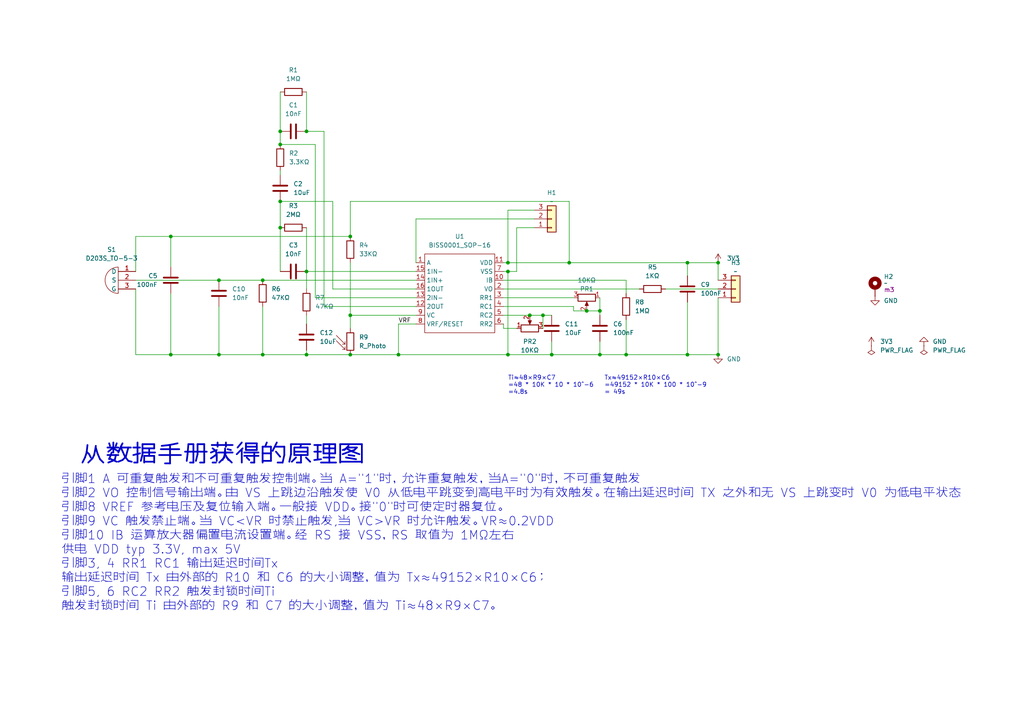
<source format=kicad_sch>
(kicad_sch
	(version 20231120)
	(generator "eeschema")
	(generator_version "8.0")
	(uuid "5b81e8dd-6603-4f44-854e-2c75844d891b")
	(paper "A4")
	(lib_symbols
		(symbol "Connector_Generic:Conn_01x03"
			(pin_names
				(offset 1.016) hide)
			(exclude_from_sim no)
			(in_bom yes)
			(on_board yes)
			(property "Reference" "J"
				(at 0 5.08 0)
				(effects
					(font
						(size 1.27 1.27)
					)
				)
			)
			(property "Value" "Conn_01x03"
				(at 0 -5.08 0)
				(effects
					(font
						(size 1.27 1.27)
					)
				)
			)
			(property "Footprint" "Connector_PinHeader_2.54mm:PinHeader_1x03_P2.54mm_Vertical"
				(at 0 0 0)
				(effects
					(font
						(size 1.27 1.27)
					)
					(hide yes)
				)
			)
			(property "Datasheet" "~"
				(at 0 0 0)
				(effects
					(font
						(size 1.27 1.27)
					)
					(hide yes)
				)
			)
			(property "Description" "Generic connector, single row, 01x03, script generated (kicad-library-utils/schlib/autogen/connector/)"
				(at 0 0 0)
				(effects
					(font
						(size 1.27 1.27)
					)
					(hide yes)
				)
			)
			(property "ki_keywords" "connector"
				(at 0 0 0)
				(effects
					(font
						(size 1.27 1.27)
					)
					(hide yes)
				)
			)
			(property "ki_fp_filters" "Connector*:*_1x??_*"
				(at 0 0 0)
				(effects
					(font
						(size 1.27 1.27)
					)
					(hide yes)
				)
			)
			(symbol "Conn_01x03_1_1"
				(rectangle
					(start -1.27 -2.413)
					(end 0 -2.667)
					(stroke
						(width 0.1524)
						(type default)
					)
					(fill
						(type none)
					)
				)
				(rectangle
					(start -1.27 0.127)
					(end 0 -0.127)
					(stroke
						(width 0.1524)
						(type default)
					)
					(fill
						(type none)
					)
				)
				(rectangle
					(start -1.27 2.667)
					(end 0 2.413)
					(stroke
						(width 0.1524)
						(type default)
					)
					(fill
						(type none)
					)
				)
				(rectangle
					(start -1.27 3.81)
					(end 1.27 -3.81)
					(stroke
						(width 0.254)
						(type default)
					)
					(fill
						(type background)
					)
				)
				(pin passive line
					(at -5.08 2.54 0)
					(length 3.81)
					(name "Pin_1"
						(effects
							(font
								(size 1.27 1.27)
							)
						)
					)
					(number "1"
						(effects
							(font
								(size 1.27 1.27)
							)
						)
					)
				)
				(pin passive line
					(at -5.08 0 0)
					(length 3.81)
					(name "Pin_2"
						(effects
							(font
								(size 1.27 1.27)
							)
						)
					)
					(number "2"
						(effects
							(font
								(size 1.27 1.27)
							)
						)
					)
				)
				(pin passive line
					(at -5.08 -2.54 0)
					(length 3.81)
					(name "Pin_3"
						(effects
							(font
								(size 1.27 1.27)
							)
						)
					)
					(number "3"
						(effects
							(font
								(size 1.27 1.27)
							)
						)
					)
				)
			)
		)
		(symbol "Device:R_Photo"
			(pin_numbers hide)
			(pin_names
				(offset 0)
			)
			(exclude_from_sim no)
			(in_bom yes)
			(on_board yes)
			(property "Reference" "R"
				(at 1.27 1.27 0)
				(effects
					(font
						(size 1.27 1.27)
					)
					(justify left)
				)
			)
			(property "Value" "R_Photo"
				(at 1.27 0 0)
				(effects
					(font
						(size 1.27 1.27)
					)
					(justify left top)
				)
			)
			(property "Footprint" "OptoDevice:R_LDR_5.1x4.3mm_P3.4mm_Vertical"
				(at 1.27 -6.35 90)
				(effects
					(font
						(size 1.27 1.27)
					)
					(justify left)
					(hide yes)
				)
			)
			(property "Datasheet" "~"
				(at 0 -1.27 0)
				(effects
					(font
						(size 1.27 1.27)
					)
					(hide yes)
				)
			)
			(property "Description" "Photoresistor"
				(at 0 0 0)
				(effects
					(font
						(size 1.27 1.27)
					)
					(hide yes)
				)
			)
			(property "ki_keywords" "resistor variable light sensitive opto LDR"
				(at 0 0 0)
				(effects
					(font
						(size 1.27 1.27)
					)
					(hide yes)
				)
			)
			(property "ki_fp_filters" "*LDR* R?LDR*"
				(at 0 0 0)
				(effects
					(font
						(size 1.27 1.27)
					)
					(hide yes)
				)
			)
			(symbol "R_Photo_0_1"
				(rectangle
					(start -1.016 2.54)
					(end 1.016 -2.54)
					(stroke
						(width 0.254)
						(type default)
					)
					(fill
						(type none)
					)
				)
				(polyline
					(pts
						(xy -1.524 -2.286) (xy -4.064 0.254)
					)
					(stroke
						(width 0)
						(type default)
					)
					(fill
						(type none)
					)
				)
				(polyline
					(pts
						(xy -1.524 -2.286) (xy -2.286 -2.286)
					)
					(stroke
						(width 0)
						(type default)
					)
					(fill
						(type none)
					)
				)
				(polyline
					(pts
						(xy -1.524 -2.286) (xy -1.524 -1.524)
					)
					(stroke
						(width 0)
						(type default)
					)
					(fill
						(type none)
					)
				)
				(polyline
					(pts
						(xy -1.524 -0.762) (xy -4.064 1.778)
					)
					(stroke
						(width 0)
						(type default)
					)
					(fill
						(type none)
					)
				)
				(polyline
					(pts
						(xy -1.524 -0.762) (xy -2.286 -0.762)
					)
					(stroke
						(width 0)
						(type default)
					)
					(fill
						(type none)
					)
				)
				(polyline
					(pts
						(xy -1.524 -0.762) (xy -1.524 0)
					)
					(stroke
						(width 0)
						(type default)
					)
					(fill
						(type none)
					)
				)
			)
			(symbol "R_Photo_1_1"
				(pin passive line
					(at 0 3.81 270)
					(length 1.27)
					(name "~"
						(effects
							(font
								(size 1.27 1.27)
							)
						)
					)
					(number "1"
						(effects
							(font
								(size 1.27 1.27)
							)
						)
					)
				)
				(pin passive line
					(at 0 -3.81 90)
					(length 1.27)
					(name "~"
						(effects
							(font
								(size 1.27 1.27)
							)
						)
					)
					(number "2"
						(effects
							(font
								(size 1.27 1.27)
							)
						)
					)
				)
			)
		)
		(symbol "Device:R_Potentiometer"
			(pin_names
				(offset 1.016) hide)
			(exclude_from_sim no)
			(in_bom yes)
			(on_board yes)
			(property "Reference" "RV"
				(at -4.445 0 90)
				(effects
					(font
						(size 1.27 1.27)
					)
				)
			)
			(property "Value" "R_Potentiometer"
				(at -2.54 0 90)
				(effects
					(font
						(size 1.27 1.27)
					)
				)
			)
			(property "Footprint" "PCM_Potentiometer_THT_AKL:Potentiometer_Bourns_3296W_Vertical"
				(at 0 0 0)
				(effects
					(font
						(size 1.27 1.27)
					)
					(hide yes)
				)
			)
			(property "Datasheet" "~"
				(at 0 0 0)
				(effects
					(font
						(size 1.27 1.27)
					)
					(hide yes)
				)
			)
			(property "Description" "Potentiometer"
				(at 0 0 0)
				(effects
					(font
						(size 1.27 1.27)
					)
					(hide yes)
				)
			)
			(property "ki_keywords" "resistor variable"
				(at 0 0 0)
				(effects
					(font
						(size 1.27 1.27)
					)
					(hide yes)
				)
			)
			(property "ki_fp_filters" "Potentiometer*"
				(at 0 0 0)
				(effects
					(font
						(size 1.27 1.27)
					)
					(hide yes)
				)
			)
			(symbol "R_Potentiometer_0_1"
				(polyline
					(pts
						(xy 2.54 0) (xy 1.524 0)
					)
					(stroke
						(width 0)
						(type default)
					)
					(fill
						(type none)
					)
				)
				(polyline
					(pts
						(xy 1.143 0) (xy 2.286 0.508) (xy 2.286 -0.508) (xy 1.143 0)
					)
					(stroke
						(width 0)
						(type default)
					)
					(fill
						(type outline)
					)
				)
				(rectangle
					(start 1.016 2.54)
					(end -1.016 -2.54)
					(stroke
						(width 0.254)
						(type default)
					)
					(fill
						(type none)
					)
				)
			)
			(symbol "R_Potentiometer_1_1"
				(pin passive line
					(at 0 3.81 270)
					(length 1.27)
					(name "1"
						(effects
							(font
								(size 1.27 1.27)
							)
						)
					)
					(number "1"
						(effects
							(font
								(size 1.27 1.27)
							)
						)
					)
				)
				(pin passive line
					(at 3.81 0 180)
					(length 1.27)
					(name "2"
						(effects
							(font
								(size 1.27 1.27)
							)
						)
					)
					(number "2"
						(effects
							(font
								(size 1.27 1.27)
							)
						)
					)
				)
				(pin passive line
					(at 0 -3.81 90)
					(length 1.27)
					(name "3"
						(effects
							(font
								(size 1.27 1.27)
							)
						)
					)
					(number "3"
						(effects
							(font
								(size 1.27 1.27)
							)
						)
					)
				)
			)
		)
		(symbol "Mechanical:MountingHole_Pad"
			(pin_numbers hide)
			(pin_names
				(offset 1.016) hide)
			(exclude_from_sim yes)
			(in_bom no)
			(on_board yes)
			(property "Reference" "H"
				(at 0 6.35 0)
				(effects
					(font
						(size 1.27 1.27)
					)
				)
			)
			(property "Value" "MountingHole_Pad"
				(at 0 4.445 0)
				(effects
					(font
						(size 1.27 1.27)
					)
				)
			)
			(property "Footprint" "MountingHole:MountingHole_3mm_Pad"
				(at 0 0 0)
				(effects
					(font
						(size 1.27 1.27)
					)
					(hide yes)
				)
			)
			(property "Datasheet" "~"
				(at 0 0 0)
				(effects
					(font
						(size 1.27 1.27)
					)
					(hide yes)
				)
			)
			(property "Description" "Mounting Hole with connection"
				(at 0 0 0)
				(effects
					(font
						(size 1.27 1.27)
					)
					(hide yes)
				)
			)
			(property "ki_keywords" "mounting hole"
				(at 0 0 0)
				(effects
					(font
						(size 1.27 1.27)
					)
					(hide yes)
				)
			)
			(property "ki_fp_filters" "MountingHole*Pad*"
				(at 0 0 0)
				(effects
					(font
						(size 1.27 1.27)
					)
					(hide yes)
				)
			)
			(symbol "MountingHole_Pad_0_1"
				(circle
					(center 0 1.27)
					(radius 1.27)
					(stroke
						(width 1.27)
						(type default)
					)
					(fill
						(type none)
					)
				)
			)
			(symbol "MountingHole_Pad_1_1"
				(pin input line
					(at 0 -2.54 90)
					(length 2.54)
					(name "1"
						(effects
							(font
								(size 1.27 1.27)
							)
						)
					)
					(number "1"
						(effects
							(font
								(size 1.27 1.27)
							)
						)
					)
				)
			)
		)
		(symbol "PCM_Capacitor_US_AKL:C_Disc_D5.1mm_W3.2mm_P5.00mm"
			(pin_numbers hide)
			(pin_names
				(offset 0.254)
			)
			(exclude_from_sim no)
			(in_bom yes)
			(on_board yes)
			(property "Reference" "C"
				(at 0.635 2.54 0)
				(effects
					(font
						(size 1.27 1.27)
					)
					(justify left)
				)
			)
			(property "Value" "C_Disc_D5.1mm_W3.2mm_P5.00mm"
				(at 0.635 -2.54 0)
				(effects
					(font
						(size 1.27 1.27)
					)
					(justify left)
				)
			)
			(property "Footprint" "PCM_Capacitor_THT_US_AKL:C_Disc_D5.1mm_W3.2mm_P5.00mm"
				(at 0.9652 -3.81 0)
				(effects
					(font
						(size 1.27 1.27)
					)
					(hide yes)
				)
			)
			(property "Datasheet" "~"
				(at 0 0 0)
				(effects
					(font
						(size 1.27 1.27)
					)
					(hide yes)
				)
			)
			(property "Description" "THT Ceramic Disc Capacitor, 5.1mm Diameter, 3.2mm Width, 5.00mm Pitch, Alternate KiCad Library"
				(at 0 0 0)
				(effects
					(font
						(size 1.27 1.27)
					)
					(hide yes)
				)
			)
			(property "ki_keywords" "cap capacitor tht ceramic disc 5.1x3.2mm 5.00mm"
				(at 0 0 0)
				(effects
					(font
						(size 1.27 1.27)
					)
					(hide yes)
				)
			)
			(property "ki_fp_filters" "C_*"
				(at 0 0 0)
				(effects
					(font
						(size 1.27 1.27)
					)
					(hide yes)
				)
			)
			(symbol "C_Disc_D5.1mm_W3.2mm_P5.00mm_0_1"
				(polyline
					(pts
						(xy -2.032 -0.762) (xy 2.032 -0.762)
					)
					(stroke
						(width 0.508)
						(type default)
					)
					(fill
						(type none)
					)
				)
				(polyline
					(pts
						(xy -2.032 0.762) (xy 2.032 0.762)
					)
					(stroke
						(width 0.508)
						(type default)
					)
					(fill
						(type none)
					)
				)
			)
			(symbol "C_Disc_D5.1mm_W3.2mm_P5.00mm_0_2"
				(polyline
					(pts
						(xy -2.54 -2.54) (xy -0.381 -0.381)
					)
					(stroke
						(width 0)
						(type default)
					)
					(fill
						(type none)
					)
				)
				(polyline
					(pts
						(xy -0.508 -0.508) (xy -1.651 0.635)
					)
					(stroke
						(width 0.508)
						(type default)
					)
					(fill
						(type none)
					)
				)
				(polyline
					(pts
						(xy -0.508 -0.508) (xy 0.635 -1.651)
					)
					(stroke
						(width 0.508)
						(type default)
					)
					(fill
						(type none)
					)
				)
				(polyline
					(pts
						(xy 0.381 0.381) (xy 2.54 2.54)
					)
					(stroke
						(width 0)
						(type default)
					)
					(fill
						(type none)
					)
				)
				(polyline
					(pts
						(xy 0.508 0.508) (xy -0.635 1.651)
					)
					(stroke
						(width 0.508)
						(type default)
					)
					(fill
						(type none)
					)
				)
				(polyline
					(pts
						(xy 0.508 0.508) (xy 1.651 -0.635)
					)
					(stroke
						(width 0.508)
						(type default)
					)
					(fill
						(type none)
					)
				)
			)
			(symbol "C_Disc_D5.1mm_W3.2mm_P5.00mm_1_1"
				(pin passive line
					(at 0 3.81 270)
					(length 2.794)
					(name "~"
						(effects
							(font
								(size 1.27 1.27)
							)
						)
					)
					(number "1"
						(effects
							(font
								(size 1.27 1.27)
							)
						)
					)
				)
				(pin passive line
					(at 0 -3.81 90)
					(length 2.794)
					(name "~"
						(effects
							(font
								(size 1.27 1.27)
							)
						)
					)
					(number "2"
						(effects
							(font
								(size 1.27 1.27)
							)
						)
					)
				)
			)
			(symbol "C_Disc_D5.1mm_W3.2mm_P5.00mm_1_2"
				(pin passive line
					(at 2.54 2.54 270)
					(length 0)
					(name "~"
						(effects
							(font
								(size 1.27 1.27)
							)
						)
					)
					(number "1"
						(effects
							(font
								(size 1.27 1.27)
							)
						)
					)
				)
				(pin passive line
					(at -2.54 -2.54 90)
					(length 0)
					(name "~"
						(effects
							(font
								(size 1.27 1.27)
							)
						)
					)
					(number "2"
						(effects
							(font
								(size 1.27 1.27)
							)
						)
					)
				)
			)
		)
		(symbol "PCM_Resistor_AKL:R_DIN0207_P2.54mm"
			(pin_numbers hide)
			(pin_names
				(offset 0)
			)
			(exclude_from_sim no)
			(in_bom yes)
			(on_board yes)
			(property "Reference" "R"
				(at 2.54 1.27 0)
				(effects
					(font
						(size 1.27 1.27)
					)
					(justify left)
				)
			)
			(property "Value" "R_DIN0207_P2.54mm"
				(at 2.54 -1.27 0)
				(effects
					(font
						(size 1.27 1.27)
					)
					(justify left)
				)
			)
			(property "Footprint" "PCM_Resistor_THT_AKL:R_Axial_DIN0207_L6.3mm_D2.5mm_P2.54mm_Vertical"
				(at 0 -11.43 0)
				(effects
					(font
						(size 1.27 1.27)
					)
					(hide yes)
				)
			)
			(property "Datasheet" "~"
				(at 0 0 0)
				(effects
					(font
						(size 1.27 1.27)
					)
					(hide yes)
				)
			)
			(property "Description" "THT 0207 Resistor, 2.54mm Pin Pitch, European Symbol, Alternate KiCad Library"
				(at 0 0 0)
				(effects
					(font
						(size 1.27 1.27)
					)
					(hide yes)
				)
			)
			(property "ki_keywords" "R res resistor eu tht 2.54mm 0207"
				(at 0 0 0)
				(effects
					(font
						(size 1.27 1.27)
					)
					(hide yes)
				)
			)
			(property "ki_fp_filters" "R_*"
				(at 0 0 0)
				(effects
					(font
						(size 1.27 1.27)
					)
					(hide yes)
				)
			)
			(symbol "R_DIN0207_P2.54mm_0_1"
				(rectangle
					(start -1.016 2.54)
					(end 1.016 -2.54)
					(stroke
						(width 0.254)
						(type default)
					)
					(fill
						(type none)
					)
				)
			)
			(symbol "R_DIN0207_P2.54mm_0_2"
				(polyline
					(pts
						(xy -2.54 -2.54) (xy -1.524 -1.524)
					)
					(stroke
						(width 0)
						(type default)
					)
					(fill
						(type none)
					)
				)
				(polyline
					(pts
						(xy 1.524 1.524) (xy 2.54 2.54)
					)
					(stroke
						(width 0)
						(type default)
					)
					(fill
						(type none)
					)
				)
				(polyline
					(pts
						(xy 1.524 1.524) (xy 0.889 2.159) (xy -2.159 -0.889) (xy -0.889 -2.159) (xy 2.159 0.889) (xy 1.524 1.524)
					)
					(stroke
						(width 0.254)
						(type default)
					)
					(fill
						(type none)
					)
				)
			)
			(symbol "R_DIN0207_P2.54mm_1_1"
				(pin passive line
					(at 0 3.81 270)
					(length 1.27)
					(name "~"
						(effects
							(font
								(size 1.27 1.27)
							)
						)
					)
					(number "1"
						(effects
							(font
								(size 1.27 1.27)
							)
						)
					)
				)
				(pin passive line
					(at 0 -3.81 90)
					(length 1.27)
					(name "~"
						(effects
							(font
								(size 1.27 1.27)
							)
						)
					)
					(number "2"
						(effects
							(font
								(size 1.27 1.27)
							)
						)
					)
				)
			)
			(symbol "R_DIN0207_P2.54mm_1_2"
				(pin passive line
					(at 2.54 2.54 180)
					(length 0)
					(name ""
						(effects
							(font
								(size 1.27 1.27)
							)
						)
					)
					(number "1"
						(effects
							(font
								(size 1.27 1.27)
							)
						)
					)
				)
				(pin passive line
					(at -2.54 -2.54 0)
					(length 0)
					(name ""
						(effects
							(font
								(size 1.27 1.27)
							)
						)
					)
					(number "2"
						(effects
							(font
								(size 1.27 1.27)
							)
						)
					)
				)
			)
		)
		(symbol "power:GND"
			(power)
			(pin_numbers hide)
			(pin_names
				(offset 0) hide)
			(exclude_from_sim no)
			(in_bom yes)
			(on_board yes)
			(property "Reference" "#PWR"
				(at 0 -6.35 0)
				(effects
					(font
						(size 1.27 1.27)
					)
					(hide yes)
				)
			)
			(property "Value" "GND"
				(at 0 -3.81 0)
				(effects
					(font
						(size 1.27 1.27)
					)
				)
			)
			(property "Footprint" ""
				(at 0 0 0)
				(effects
					(font
						(size 1.27 1.27)
					)
					(hide yes)
				)
			)
			(property "Datasheet" ""
				(at 0 0 0)
				(effects
					(font
						(size 1.27 1.27)
					)
					(hide yes)
				)
			)
			(property "Description" "Power symbol creates a global label with name \"GND\" , ground"
				(at 0 0 0)
				(effects
					(font
						(size 1.27 1.27)
					)
					(hide yes)
				)
			)
			(property "ki_keywords" "global power"
				(at 0 0 0)
				(effects
					(font
						(size 1.27 1.27)
					)
					(hide yes)
				)
			)
			(symbol "GND_0_1"
				(polyline
					(pts
						(xy 0 0) (xy 0 -1.27) (xy 1.27 -1.27) (xy 0 -2.54) (xy -1.27 -1.27) (xy 0 -1.27)
					)
					(stroke
						(width 0)
						(type default)
					)
					(fill
						(type none)
					)
				)
			)
			(symbol "GND_1_1"
				(pin power_in line
					(at 0 0 270)
					(length 0)
					(name "~"
						(effects
							(font
								(size 1.27 1.27)
							)
						)
					)
					(number "1"
						(effects
							(font
								(size 1.27 1.27)
							)
						)
					)
				)
			)
		)
		(symbol "power:PWR_FLAG"
			(power)
			(pin_numbers hide)
			(pin_names
				(offset 0) hide)
			(exclude_from_sim no)
			(in_bom yes)
			(on_board yes)
			(property "Reference" "#FLG"
				(at 0 1.905 0)
				(effects
					(font
						(size 1.27 1.27)
					)
					(hide yes)
				)
			)
			(property "Value" "PWR_FLAG"
				(at 0 3.81 0)
				(effects
					(font
						(size 1.27 1.27)
					)
				)
			)
			(property "Footprint" ""
				(at 0 0 0)
				(effects
					(font
						(size 1.27 1.27)
					)
					(hide yes)
				)
			)
			(property "Datasheet" "~"
				(at 0 0 0)
				(effects
					(font
						(size 1.27 1.27)
					)
					(hide yes)
				)
			)
			(property "Description" "Special symbol for telling ERC where power comes from"
				(at 0 0 0)
				(effects
					(font
						(size 1.27 1.27)
					)
					(hide yes)
				)
			)
			(property "ki_keywords" "flag power"
				(at 0 0 0)
				(effects
					(font
						(size 1.27 1.27)
					)
					(hide yes)
				)
			)
			(symbol "PWR_FLAG_0_0"
				(pin power_out line
					(at 0 0 90)
					(length 0)
					(name "~"
						(effects
							(font
								(size 1.27 1.27)
							)
						)
					)
					(number "1"
						(effects
							(font
								(size 1.27 1.27)
							)
						)
					)
				)
			)
			(symbol "PWR_FLAG_0_1"
				(polyline
					(pts
						(xy 0 0) (xy 0 1.27) (xy -1.016 1.905) (xy 0 2.54) (xy 1.016 1.905) (xy 0 1.27)
					)
					(stroke
						(width 0)
						(type default)
					)
					(fill
						(type none)
					)
				)
			)
		)
		(symbol "power:VCC"
			(power)
			(pin_numbers hide)
			(pin_names
				(offset 0) hide)
			(exclude_from_sim no)
			(in_bom yes)
			(on_board yes)
			(property "Reference" "#PWR"
				(at 0 -3.81 0)
				(effects
					(font
						(size 1.27 1.27)
					)
					(hide yes)
				)
			)
			(property "Value" "VCC"
				(at 0 3.556 0)
				(effects
					(font
						(size 1.27 1.27)
					)
				)
			)
			(property "Footprint" ""
				(at 0 0 0)
				(effects
					(font
						(size 1.27 1.27)
					)
					(hide yes)
				)
			)
			(property "Datasheet" ""
				(at 0 0 0)
				(effects
					(font
						(size 1.27 1.27)
					)
					(hide yes)
				)
			)
			(property "Description" "Power symbol creates a global label with name \"VCC\""
				(at 0 0 0)
				(effects
					(font
						(size 1.27 1.27)
					)
					(hide yes)
				)
			)
			(property "ki_keywords" "global power"
				(at 0 0 0)
				(effects
					(font
						(size 1.27 1.27)
					)
					(hide yes)
				)
			)
			(symbol "VCC_0_1"
				(polyline
					(pts
						(xy -0.762 1.27) (xy 0 2.54)
					)
					(stroke
						(width 0)
						(type default)
					)
					(fill
						(type none)
					)
				)
				(polyline
					(pts
						(xy 0 0) (xy 0 2.54)
					)
					(stroke
						(width 0)
						(type default)
					)
					(fill
						(type none)
					)
				)
				(polyline
					(pts
						(xy 0 2.54) (xy 0.762 1.27)
					)
					(stroke
						(width 0)
						(type default)
					)
					(fill
						(type none)
					)
				)
			)
			(symbol "VCC_1_1"
				(pin power_in line
					(at 0 0 90)
					(length 0)
					(name "~"
						(effects
							(font
								(size 1.27 1.27)
							)
						)
					)
					(number "1"
						(effects
							(font
								(size 1.27 1.27)
							)
						)
					)
				)
			)
		)
		(symbol "wsylib:BISS0001_SOP-16"
			(exclude_from_sim no)
			(in_bom yes)
			(on_board yes)
			(property "Reference" "U"
				(at 0 15.24 0)
				(effects
					(font
						(size 1.27 1.27)
					)
				)
			)
			(property "Value" "BISS0001_SOP-16"
				(at 0 15.24 0)
				(effects
					(font
						(size 1.27 1.27)
					)
				)
			)
			(property "Footprint" "Package_SO:SOP-16_3.9x9.9mm_P1.27mm"
				(at 0 0 0)
				(effects
					(font
						(size 1.27 1.27)
					)
					(hide yes)
				)
			)
			(property "Datasheet" "https://atta.szlcsc.com/upload/public/pdf/source/20230915/927BE39DCA4621F49C978A648AB3C466.pdf"
				(at 0 0 0)
				(effects
					(font
						(size 1.27 1.27)
					)
					(hide yes)
				)
			)
			(property "Description" "低功耗人体红外线感应芯片"
				(at 0 0 0)
				(effects
					(font
						(size 1.27 1.27)
					)
					(hide yes)
				)
			)
			(symbol "BISS0001_SOP-16_1_0"
				(rectangle
					(start -10.16 12.7)
					(end 10.16 -10.16)
					(stroke
						(width 0)
						(type default)
					)
					(fill
						(type none)
					)
				)
				(pin passive line
					(at -12.7 10.16 0)
					(length 2.54)
					(name "A"
						(effects
							(font
								(size 1.27 1.27)
							)
						)
					)
					(number "1"
						(effects
							(font
								(size 1.27 1.27)
							)
						)
					)
				)
				(pin passive line
					(at 12.7 5.08 180)
					(length 2.54)
					(name "IB"
						(effects
							(font
								(size 1.27 1.27)
							)
						)
					)
					(number "10"
						(effects
							(font
								(size 1.27 1.27)
							)
						)
					)
				)
				(pin passive line
					(at 12.7 10.16 180)
					(length 2.54)
					(name "VDD"
						(effects
							(font
								(size 1.27 1.27)
							)
						)
					)
					(number "11"
						(effects
							(font
								(size 1.27 1.27)
							)
						)
					)
				)
				(pin passive line
					(at -12.7 -2.54 0)
					(length 2.54)
					(name "2OUT"
						(effects
							(font
								(size 1.27 1.27)
							)
						)
					)
					(number "12"
						(effects
							(font
								(size 1.27 1.27)
							)
						)
					)
				)
				(pin passive line
					(at -12.7 0 0)
					(length 2.54)
					(name "2IN-"
						(effects
							(font
								(size 1.27 1.27)
							)
						)
					)
					(number "13"
						(effects
							(font
								(size 1.27 1.27)
							)
						)
					)
				)
				(pin passive line
					(at -12.7 5.08 0)
					(length 2.54)
					(name "1IN+"
						(effects
							(font
								(size 1.27 1.27)
							)
						)
					)
					(number "14"
						(effects
							(font
								(size 1.27 1.27)
							)
						)
					)
				)
				(pin passive line
					(at -12.7 7.62 0)
					(length 2.54)
					(name "1IN-"
						(effects
							(font
								(size 1.27 1.27)
							)
						)
					)
					(number "15"
						(effects
							(font
								(size 1.27 1.27)
							)
						)
					)
				)
				(pin passive line
					(at -12.7 2.54 0)
					(length 2.54)
					(name "1OUT"
						(effects
							(font
								(size 1.27 1.27)
							)
						)
					)
					(number "16"
						(effects
							(font
								(size 1.27 1.27)
							)
						)
					)
				)
				(pin passive line
					(at 12.7 2.54 180)
					(length 2.54)
					(name "VO"
						(effects
							(font
								(size 1.27 1.27)
							)
						)
					)
					(number "2"
						(effects
							(font
								(size 1.27 1.27)
							)
						)
					)
				)
				(pin passive line
					(at 12.7 0 180)
					(length 2.54)
					(name "RR1"
						(effects
							(font
								(size 1.27 1.27)
							)
						)
					)
					(number "3"
						(effects
							(font
								(size 1.27 1.27)
							)
						)
					)
				)
				(pin passive line
					(at 12.7 -2.54 180)
					(length 2.54)
					(name "RC1"
						(effects
							(font
								(size 1.27 1.27)
							)
						)
					)
					(number "4"
						(effects
							(font
								(size 1.27 1.27)
							)
						)
					)
				)
				(pin passive line
					(at 12.7 -5.08 180)
					(length 2.54)
					(name "RC2"
						(effects
							(font
								(size 1.27 1.27)
							)
						)
					)
					(number "5"
						(effects
							(font
								(size 1.27 1.27)
							)
						)
					)
				)
				(pin passive line
					(at 12.7 -7.62 180)
					(length 2.54)
					(name "RR2"
						(effects
							(font
								(size 1.27 1.27)
							)
						)
					)
					(number "6"
						(effects
							(font
								(size 1.27 1.27)
							)
						)
					)
				)
				(pin passive line
					(at 12.7 7.62 180)
					(length 2.54)
					(name "VSS"
						(effects
							(font
								(size 1.27 1.27)
							)
						)
					)
					(number "7"
						(effects
							(font
								(size 1.27 1.27)
							)
						)
					)
				)
				(pin passive line
					(at -12.7 -7.62 0)
					(length 2.54)
					(name "VRF/RESET"
						(effects
							(font
								(size 1.27 1.27)
							)
						)
					)
					(number "8"
						(effects
							(font
								(size 1.27 1.27)
							)
						)
					)
				)
				(pin passive line
					(at -12.7 -5.08 0)
					(length 2.54)
					(name "VC"
						(effects
							(font
								(size 1.27 1.27)
							)
						)
					)
					(number "9"
						(effects
							(font
								(size 1.27 1.27)
							)
						)
					)
				)
			)
		)
		(symbol "wsylib:D203S_TO-5-3"
			(exclude_from_sim no)
			(in_bom yes)
			(on_board yes)
			(property "Reference" "S"
				(at 0 0 0)
				(effects
					(font
						(size 1.27 1.27)
					)
				)
			)
			(property "Value" "D203S_TO-5-3"
				(at 0 0 0)
				(effects
					(font
						(size 1.27 1.27)
					)
				)
			)
			(property "Footprint" "Package_TO_SOT_THT:TO-5-3"
				(at 0 0 0)
				(effects
					(font
						(size 1.27 1.27)
					)
					(hide yes)
				)
			)
			(property "Datasheet" "https://atta.szlcsc.com/upload/public/pdf/source/20170311/1489211337855.pdf"
				(at 0 0 0)
				(effects
					(font
						(size 1.27 1.27)
					)
					(hide yes)
				)
			)
			(property "Description" "光控灯具开关专用"
				(at -2.54 0 0)
				(effects
					(font
						(size 1.27 1.27)
					)
					(hide yes)
				)
			)
			(property "Manufacturer Part" "D203S"
				(at 0 0 0)
				(effects
					(font
						(size 1.27 1.27)
					)
					(hide yes)
				)
			)
			(property "Manufacturer" "森霸"
				(at 0 0 0)
				(effects
					(font
						(size 1.27 1.27)
					)
					(hide yes)
				)
			)
			(property "Supplier Part" "C78793"
				(at 0 0 0)
				(effects
					(font
						(size 1.27 1.27)
					)
					(hide yes)
				)
			)
			(property "Supplier" "LCSC"
				(at 0 0 0)
				(effects
					(font
						(size 1.27 1.27)
					)
					(hide yes)
				)
			)
			(property "LCSC Part Name" "热释电红外线传感器"
				(at 0 0 0)
				(effects
					(font
						(size 1.27 1.27)
					)
					(hide yes)
				)
			)
			(symbol "D203S_TO-5-3_1_0"
				(arc
					(start 0 -3.81)
					(mid 3.81 0)
					(end 0 3.81)
					(stroke
						(width 0)
						(type default)
					)
					(fill
						(type none)
					)
				)
				(polyline
					(pts
						(xy 0 3.81) (xy 0 -3.81)
					)
					(stroke
						(width 0)
						(type default)
					)
					(fill
						(type none)
					)
				)
				(pin passive line
					(at -5.08 2.54 0)
					(length 5.08)
					(name "D"
						(effects
							(font
								(size 1.27 1.27)
							)
						)
					)
					(number "1"
						(effects
							(font
								(size 1.27 1.27)
							)
						)
					)
				)
				(pin passive line
					(at -5.08 0 0)
					(length 5.08)
					(name "S"
						(effects
							(font
								(size 1.27 1.27)
							)
						)
					)
					(number "2"
						(effects
							(font
								(size 1.27 1.27)
							)
						)
					)
				)
				(pin passive line
					(at -5.08 -2.54 0)
					(length 5.08)
					(name "G"
						(effects
							(font
								(size 1.27 1.27)
							)
						)
					)
					(number "3"
						(effects
							(font
								(size 1.27 1.27)
							)
						)
					)
				)
			)
		)
	)
	(junction
		(at 173.99 102.87)
		(diameter 0)
		(color 0 0 0 0)
		(uuid "01bef8a6-a462-44bc-bb08-3acb8ea12d08")
	)
	(junction
		(at 76.2 81.28)
		(diameter 0)
		(color 0 0 0 0)
		(uuid "04787869-eda2-4ef7-a5fc-27e58dc4ee28")
	)
	(junction
		(at 81.28 41.91)
		(diameter 0)
		(color 0 0 0 0)
		(uuid "0ac2b8bf-1383-4b3e-a539-6f868ac9c0b2")
	)
	(junction
		(at 88.9 102.87)
		(diameter 0)
		(color 0 0 0 0)
		(uuid "0d18acb1-66e5-4a43-854a-ce471eb4b5fe")
	)
	(junction
		(at 153.67 91.44)
		(diameter 0)
		(color 0 0 0 0)
		(uuid "0d433244-407a-46f1-b0f5-011c3b7441ae")
	)
	(junction
		(at 63.5 81.28)
		(diameter 0)
		(color 0 0 0 0)
		(uuid "15865a81-f326-4383-a4e3-1a2c6fce829c")
	)
	(junction
		(at 101.6 91.44)
		(diameter 0)
		(color 0 0 0 0)
		(uuid "167046e6-4518-4363-9702-66809a07ce14")
	)
	(junction
		(at 101.6 102.87)
		(diameter 0)
		(color 0 0 0 0)
		(uuid "1a84bcab-6f24-47fe-8150-b5fd24a190be")
	)
	(junction
		(at 147.32 78.74)
		(diameter 0)
		(color 0 0 0 0)
		(uuid "1c7740f4-30f0-461f-a796-ae05507e8ab3")
	)
	(junction
		(at 165.1 76.2)
		(diameter 0)
		(color 0 0 0 0)
		(uuid "2805f231-1c20-4e16-b02d-1c43fe55071c")
	)
	(junction
		(at 81.28 58.42)
		(diameter 0)
		(color 0 0 0 0)
		(uuid "3e27828c-b787-415a-b11f-686da5e12007")
	)
	(junction
		(at 88.9 38.1)
		(diameter 0)
		(color 0 0 0 0)
		(uuid "3f0c55d7-b609-419d-931c-c4b481367f20")
	)
	(junction
		(at 101.6 68.58)
		(diameter 0)
		(color 0 0 0 0)
		(uuid "4aa0ce3b-3430-4c83-a7ec-e79c3cb165d9")
	)
	(junction
		(at 81.28 38.1)
		(diameter 0)
		(color 0 0 0 0)
		(uuid "4cbca399-0999-413a-ae1a-a542325b050a")
	)
	(junction
		(at 199.39 76.2)
		(diameter 0)
		(color 0 0 0 0)
		(uuid "6724c8f6-727e-4a37-b171-39532fbd0675")
	)
	(junction
		(at 208.28 102.87)
		(diameter 0)
		(color 0 0 0 0)
		(uuid "7478f221-67e3-4120-b7e5-ff2a0124f7f2")
	)
	(junction
		(at 49.53 68.58)
		(diameter 0)
		(color 0 0 0 0)
		(uuid "925b8744-b102-4593-99f6-e8079bc00a4c")
	)
	(junction
		(at 63.5 102.87)
		(diameter 0)
		(color 0 0 0 0)
		(uuid "95da3404-8816-46ef-a046-3fae7771b4fd")
	)
	(junction
		(at 76.2 102.87)
		(diameter 0)
		(color 0 0 0 0)
		(uuid "abd3d942-c80f-4c14-8c95-153b9382f48c")
	)
	(junction
		(at 160.02 102.87)
		(diameter 0)
		(color 0 0 0 0)
		(uuid "ae3eb04d-9f0d-47e8-9db9-a03c2d01c680")
	)
	(junction
		(at 181.61 102.87)
		(diameter 0)
		(color 0 0 0 0)
		(uuid "b2a0ed6b-cd62-4163-9d1c-1b94ee443065")
	)
	(junction
		(at 115.57 102.87)
		(diameter 0)
		(color 0 0 0 0)
		(uuid "c0bb2713-07b9-4cba-9564-c458bc990f60")
	)
	(junction
		(at 147.32 102.87)
		(diameter 0)
		(color 0 0 0 0)
		(uuid "cc974343-75e5-411a-8c32-237fa2c609c2")
	)
	(junction
		(at 157.48 91.44)
		(diameter 0)
		(color 0 0 0 0)
		(uuid "d0870ff7-a9d8-43c8-8815-f1fe8833feb1")
	)
	(junction
		(at 199.39 102.87)
		(diameter 0)
		(color 0 0 0 0)
		(uuid "d145e9fd-81a8-481a-aa50-1e06acfeb96d")
	)
	(junction
		(at 81.28 66.04)
		(diameter 0)
		(color 0 0 0 0)
		(uuid "d2a10fed-00da-4a6e-bec1-0c3209274a3a")
	)
	(junction
		(at 147.32 76.2)
		(diameter 0)
		(color 0 0 0 0)
		(uuid "d2c2f78b-57f3-4b5b-b748-3aaf3ea526fb")
	)
	(junction
		(at 170.18 90.17)
		(diameter 0)
		(color 0 0 0 0)
		(uuid "d3656482-910e-433c-9f43-4f69c27cfdae")
	)
	(junction
		(at 88.9 78.74)
		(diameter 0)
		(color 0 0 0 0)
		(uuid "e4a592cd-05b7-4a1e-bcb4-ce0124900674")
	)
	(junction
		(at 49.53 102.87)
		(diameter 0)
		(color 0 0 0 0)
		(uuid "ed9708e5-c02b-4a4a-acb3-460ec0afccd5")
	)
	(junction
		(at 173.99 90.17)
		(diameter 0)
		(color 0 0 0 0)
		(uuid "f31ac017-5483-435c-a22c-69d55efd29b7")
	)
	(junction
		(at 208.28 76.2)
		(diameter 0)
		(color 0 0 0 0)
		(uuid "fec5e888-557f-4202-afb2-391f5c79219a")
	)
	(wire
		(pts
			(xy 49.53 68.58) (xy 49.53 77.47)
		)
		(stroke
			(width 0)
			(type default)
		)
		(uuid "052aec56-3afc-4f69-9c5a-8c6d1b8058cc")
	)
	(wire
		(pts
			(xy 81.28 26.67) (xy 81.28 38.1)
		)
		(stroke
			(width 0)
			(type default)
		)
		(uuid "054c0b47-0464-4737-9bbf-400ba983bea7")
	)
	(wire
		(pts
			(xy 49.53 68.58) (xy 101.6 68.58)
		)
		(stroke
			(width 0)
			(type default)
		)
		(uuid "081c7d64-9851-4d8b-a8b1-541756495982")
	)
	(wire
		(pts
			(xy 93.98 38.1) (xy 88.9 38.1)
		)
		(stroke
			(width 0)
			(type default)
		)
		(uuid "0abdca9c-4a01-45d4-af9f-87770fa3e36d")
	)
	(wire
		(pts
			(xy 147.32 78.74) (xy 147.32 102.87)
		)
		(stroke
			(width 0)
			(type default)
		)
		(uuid "0f83e8bc-6c91-4fad-b7bd-48fddfece6b7")
	)
	(wire
		(pts
			(xy 120.65 76.2) (xy 120.65 63.5)
		)
		(stroke
			(width 0)
			(type default)
		)
		(uuid "10f4dcba-cd79-4722-bb7b-fefa0f23af72")
	)
	(wire
		(pts
			(xy 91.44 86.36) (xy 120.65 86.36)
		)
		(stroke
			(width 0)
			(type default)
		)
		(uuid "13a359cb-c5ff-4df3-8a40-e6c4ca406464")
	)
	(wire
		(pts
			(xy 101.6 76.2) (xy 101.6 91.44)
		)
		(stroke
			(width 0)
			(type default)
		)
		(uuid "14053399-c842-48e6-8530-f443dae449c6")
	)
	(wire
		(pts
			(xy 120.65 83.82) (xy 96.52 83.82)
		)
		(stroke
			(width 0)
			(type default)
		)
		(uuid "14ee4558-334e-471b-8be7-bf3a038dcfe9")
	)
	(wire
		(pts
			(xy 146.05 76.2) (xy 147.32 76.2)
		)
		(stroke
			(width 0)
			(type default)
		)
		(uuid "18dea71b-fe81-489f-996c-dca9db8f6592")
	)
	(wire
		(pts
			(xy 149.86 66.04) (xy 154.94 66.04)
		)
		(stroke
			(width 0)
			(type default)
		)
		(uuid "19d4ddfb-243c-441c-b81f-dde92de42467")
	)
	(wire
		(pts
			(xy 88.9 78.74) (xy 88.9 83.82)
		)
		(stroke
			(width 0)
			(type default)
		)
		(uuid "1f82acca-b6d4-4c0a-9ef4-c073d8d799cf")
	)
	(wire
		(pts
			(xy 157.48 91.44) (xy 160.02 91.44)
		)
		(stroke
			(width 0)
			(type default)
		)
		(uuid "24e8dc2e-fcca-4e00-832d-66bfa8d52e96")
	)
	(wire
		(pts
			(xy 81.28 41.91) (xy 91.44 41.91)
		)
		(stroke
			(width 0)
			(type default)
		)
		(uuid "27056cf7-698d-479c-ac30-4a370ce05381")
	)
	(wire
		(pts
			(xy 147.32 76.2) (xy 165.1 76.2)
		)
		(stroke
			(width 0)
			(type default)
		)
		(uuid "2a4fc773-804f-436b-8089-ba78a6c2dbec")
	)
	(wire
		(pts
			(xy 120.65 63.5) (xy 154.94 63.5)
		)
		(stroke
			(width 0)
			(type default)
		)
		(uuid "2bbd1fe4-55f3-4698-a8dd-2c1f60cff61b")
	)
	(wire
		(pts
			(xy 149.86 66.04) (xy 149.86 78.74)
		)
		(stroke
			(width 0)
			(type default)
		)
		(uuid "2dbb5588-4a04-46ef-bb54-9211559783bc")
	)
	(wire
		(pts
			(xy 115.57 102.87) (xy 147.32 102.87)
		)
		(stroke
			(width 0)
			(type default)
		)
		(uuid "2fe741a4-cb75-4232-9ade-617188d1e768")
	)
	(wire
		(pts
			(xy 81.28 58.42) (xy 96.52 58.42)
		)
		(stroke
			(width 0)
			(type default)
		)
		(uuid "32271b7a-2654-44ee-8e33-193f465693bc")
	)
	(wire
		(pts
			(xy 173.99 91.44) (xy 173.99 90.17)
		)
		(stroke
			(width 0)
			(type default)
		)
		(uuid "33bfb6ae-8705-4c92-a9d4-f1168be97d2b")
	)
	(wire
		(pts
			(xy 91.44 41.91) (xy 91.44 86.36)
		)
		(stroke
			(width 0)
			(type default)
		)
		(uuid "34bb4d8d-fa5b-41d0-9f35-ba8f78f26d9f")
	)
	(wire
		(pts
			(xy 165.1 76.2) (xy 199.39 76.2)
		)
		(stroke
			(width 0)
			(type default)
		)
		(uuid "3824fce2-7fb7-4162-bbc9-cf19151e6ccd")
	)
	(wire
		(pts
			(xy 181.61 92.71) (xy 181.61 102.87)
		)
		(stroke
			(width 0)
			(type default)
		)
		(uuid "383ffb61-3899-4dc2-b348-eff96612eff6")
	)
	(wire
		(pts
			(xy 166.37 90.17) (xy 170.18 90.17)
		)
		(stroke
			(width 0)
			(type default)
		)
		(uuid "3b601361-03ab-48e9-9fac-d256cb9cede9")
	)
	(wire
		(pts
			(xy 146.05 91.44) (xy 153.67 91.44)
		)
		(stroke
			(width 0)
			(type default)
		)
		(uuid "3c44f699-eb25-4024-bea6-769158150e23")
	)
	(wire
		(pts
			(xy 63.5 102.87) (xy 76.2 102.87)
		)
		(stroke
			(width 0)
			(type default)
		)
		(uuid "43ab6a48-15ad-445a-80f4-c2e4e4fda162")
	)
	(wire
		(pts
			(xy 199.39 102.87) (xy 208.28 102.87)
		)
		(stroke
			(width 0)
			(type default)
		)
		(uuid "44aa6619-05ba-4deb-a733-83d5196c1366")
	)
	(wire
		(pts
			(xy 146.05 81.28) (xy 181.61 81.28)
		)
		(stroke
			(width 0)
			(type default)
		)
		(uuid "5259b2f0-7d41-4c0e-9c98-8d865fce0ca6")
	)
	(wire
		(pts
			(xy 39.37 78.74) (xy 39.37 68.58)
		)
		(stroke
			(width 0)
			(type default)
		)
		(uuid "56430310-a894-462e-8c69-1c8a33a910b4")
	)
	(wire
		(pts
			(xy 39.37 102.87) (xy 49.53 102.87)
		)
		(stroke
			(width 0)
			(type default)
		)
		(uuid "569047c2-13f1-48ae-909c-47da84867081")
	)
	(wire
		(pts
			(xy 39.37 68.58) (xy 49.53 68.58)
		)
		(stroke
			(width 0)
			(type default)
		)
		(uuid "5c1f42b5-9f03-40a4-b617-344f2ef0e577")
	)
	(wire
		(pts
			(xy 147.32 102.87) (xy 160.02 102.87)
		)
		(stroke
			(width 0)
			(type default)
		)
		(uuid "5d001ee8-a70a-47b5-8bf2-869a2bf30fe2")
	)
	(wire
		(pts
			(xy 88.9 91.44) (xy 88.9 93.98)
		)
		(stroke
			(width 0)
			(type default)
		)
		(uuid "5eddfcac-4f1b-45a5-9843-13d6a7c320ab")
	)
	(wire
		(pts
			(xy 160.02 99.06) (xy 160.02 102.87)
		)
		(stroke
			(width 0)
			(type default)
		)
		(uuid "5f5938b7-c144-4452-a1ae-7dd98f92fb94")
	)
	(wire
		(pts
			(xy 88.9 102.87) (xy 76.2 102.87)
		)
		(stroke
			(width 0)
			(type default)
		)
		(uuid "5ff6532a-0bab-4195-87e3-cf3a99f83a82")
	)
	(wire
		(pts
			(xy 81.28 49.53) (xy 81.28 50.8)
		)
		(stroke
			(width 0)
			(type default)
		)
		(uuid "681f6e63-eead-4906-8eec-0b3e073d432b")
	)
	(wire
		(pts
			(xy 146.05 93.98) (xy 146.05 95.25)
		)
		(stroke
			(width 0)
			(type default)
		)
		(uuid "6a150ef3-0725-42f0-a8ed-93e402291912")
	)
	(wire
		(pts
			(xy 199.39 76.2) (xy 199.39 80.01)
		)
		(stroke
			(width 0)
			(type default)
		)
		(uuid "6da0358f-03f2-4dac-b71e-d7289bf15aaa")
	)
	(wire
		(pts
			(xy 115.57 93.98) (xy 115.57 102.87)
		)
		(stroke
			(width 0)
			(type default)
		)
		(uuid "6e9f3973-1b7e-4650-a867-3f941abd261a")
	)
	(wire
		(pts
			(xy 81.28 58.42) (xy 81.28 66.04)
		)
		(stroke
			(width 0)
			(type default)
		)
		(uuid "72e4d704-1f91-432a-93fe-79e8b2fdd4dc")
	)
	(wire
		(pts
			(xy 101.6 58.42) (xy 165.1 58.42)
		)
		(stroke
			(width 0)
			(type default)
		)
		(uuid "8017ee3d-9828-41b3-9434-8fefcdc638d2")
	)
	(wire
		(pts
			(xy 181.61 102.87) (xy 199.39 102.87)
		)
		(stroke
			(width 0)
			(type default)
		)
		(uuid "82559578-13c1-4b25-8c2b-2105c2436e93")
	)
	(wire
		(pts
			(xy 173.99 86.36) (xy 173.99 90.17)
		)
		(stroke
			(width 0)
			(type default)
		)
		(uuid "861ca31a-cfb9-45b2-a25f-b486b145b4c1")
	)
	(wire
		(pts
			(xy 165.1 58.42) (xy 165.1 76.2)
		)
		(stroke
			(width 0)
			(type default)
		)
		(uuid "873b893c-6a51-4e90-93dc-ac38b7db0a65")
	)
	(wire
		(pts
			(xy 166.37 86.36) (xy 146.05 86.36)
		)
		(stroke
			(width 0)
			(type default)
		)
		(uuid "882612ce-2ea1-45a1-bb37-60d2a676b8b6")
	)
	(wire
		(pts
			(xy 154.94 60.96) (xy 147.32 60.96)
		)
		(stroke
			(width 0)
			(type default)
		)
		(uuid "8d6d7595-7f0f-4cc8-abb7-e62c2457470b")
	)
	(wire
		(pts
			(xy 193.04 83.82) (xy 208.28 83.82)
		)
		(stroke
			(width 0)
			(type default)
		)
		(uuid "8ddea643-6fa5-4107-985e-7e702aa63d41")
	)
	(wire
		(pts
			(xy 208.28 86.36) (xy 208.28 102.87)
		)
		(stroke
			(width 0)
			(type default)
		)
		(uuid "93d01fd9-372a-4305-98c6-daac60e66edc")
	)
	(wire
		(pts
			(xy 101.6 102.87) (xy 88.9 102.87)
		)
		(stroke
			(width 0)
			(type default)
		)
		(uuid "951de7e1-d04e-4882-bbb9-12835c57fa73")
	)
	(wire
		(pts
			(xy 199.39 87.63) (xy 199.39 102.87)
		)
		(stroke
			(width 0)
			(type default)
		)
		(uuid "968b7f30-65fa-485a-9ab9-96431569822d")
	)
	(wire
		(pts
			(xy 153.67 91.44) (xy 157.48 91.44)
		)
		(stroke
			(width 0)
			(type default)
		)
		(uuid "9b0635f0-ffad-4751-8676-551f5a175963")
	)
	(wire
		(pts
			(xy 49.53 102.87) (xy 63.5 102.87)
		)
		(stroke
			(width 0)
			(type default)
		)
		(uuid "9bdbbf73-7c4b-4fc5-ae6d-9cc0a4bb55ab")
	)
	(wire
		(pts
			(xy 166.37 90.17) (xy 166.37 88.9)
		)
		(stroke
			(width 0)
			(type default)
		)
		(uuid "a02c5211-1892-49d3-abb7-af9fdeccf347")
	)
	(wire
		(pts
			(xy 101.6 102.87) (xy 115.57 102.87)
		)
		(stroke
			(width 0)
			(type default)
		)
		(uuid "a44ecb1b-b3a1-46ac-aa7a-3b1b289dddfc")
	)
	(wire
		(pts
			(xy 146.05 88.9) (xy 166.37 88.9)
		)
		(stroke
			(width 0)
			(type default)
		)
		(uuid "a5d80a74-c0c9-4a8d-9f02-2087c8cb0ad3")
	)
	(wire
		(pts
			(xy 173.99 102.87) (xy 181.61 102.87)
		)
		(stroke
			(width 0)
			(type default)
		)
		(uuid "a62e1c04-73f6-434d-8478-d480ea7b4ed7")
	)
	(wire
		(pts
			(xy 49.53 102.87) (xy 49.53 85.09)
		)
		(stroke
			(width 0)
			(type default)
		)
		(uuid "a6d62dd4-e553-4e42-bf23-9ba327e1c9c1")
	)
	(wire
		(pts
			(xy 63.5 81.28) (xy 76.2 81.28)
		)
		(stroke
			(width 0)
			(type default)
		)
		(uuid "ae42053f-b910-4aa1-ba96-0bf22f760673")
	)
	(wire
		(pts
			(xy 88.9 26.67) (xy 88.9 38.1)
		)
		(stroke
			(width 0)
			(type default)
		)
		(uuid "b2dbe7ea-7db2-4bee-be35-5336a321fc74")
	)
	(wire
		(pts
			(xy 81.28 66.04) (xy 81.28 78.74)
		)
		(stroke
			(width 0)
			(type default)
		)
		(uuid "b568250c-bb90-42ba-bd19-2f378d274adc")
	)
	(wire
		(pts
			(xy 101.6 68.58) (xy 101.6 58.42)
		)
		(stroke
			(width 0)
			(type default)
		)
		(uuid "b84c5f94-0ff1-4712-9724-b841ca78b1bb")
	)
	(wire
		(pts
			(xy 173.99 99.06) (xy 173.99 102.87)
		)
		(stroke
			(width 0)
			(type default)
		)
		(uuid "ba6207dd-6e8e-439c-a547-040cc2baad2f")
	)
	(wire
		(pts
			(xy 115.57 93.98) (xy 120.65 93.98)
		)
		(stroke
			(width 0)
			(type default)
		)
		(uuid "bdfa2061-7bdb-44b3-a895-df07fbef4efe")
	)
	(wire
		(pts
			(xy 101.6 91.44) (xy 101.6 95.25)
		)
		(stroke
			(width 0)
			(type default)
		)
		(uuid "bf64458a-17dc-4ab8-ab56-5733794cb008")
	)
	(wire
		(pts
			(xy 81.28 38.1) (xy 81.28 41.91)
		)
		(stroke
			(width 0)
			(type default)
		)
		(uuid "c0e54b3d-14d6-4179-92cc-585b00058443")
	)
	(wire
		(pts
			(xy 88.9 66.04) (xy 88.9 78.74)
		)
		(stroke
			(width 0)
			(type default)
		)
		(uuid "c6c81afc-2aeb-4128-855b-f88537a5bc08")
	)
	(wire
		(pts
			(xy 147.32 78.74) (xy 149.86 78.74)
		)
		(stroke
			(width 0)
			(type default)
		)
		(uuid "cdcc8ed3-3e3f-470f-b73a-91ea65e4d932")
	)
	(wire
		(pts
			(xy 181.61 81.28) (xy 181.61 85.09)
		)
		(stroke
			(width 0)
			(type default)
		)
		(uuid "d1bd929b-0e1e-4323-9647-3675a4d0a02f")
	)
	(wire
		(pts
			(xy 157.48 91.44) (xy 157.48 95.25)
		)
		(stroke
			(width 0)
			(type default)
		)
		(uuid "d5854f57-7029-418c-b845-36a07d64bf53")
	)
	(wire
		(pts
			(xy 146.05 83.82) (xy 185.42 83.82)
		)
		(stroke
			(width 0)
			(type default)
		)
		(uuid "d765fc50-c508-43e7-a0d8-9cb1fc37d876")
	)
	(wire
		(pts
			(xy 120.65 88.9) (xy 93.98 88.9)
		)
		(stroke
			(width 0)
			(type default)
		)
		(uuid "d95ef6eb-3889-4b58-923b-645500a16a4f")
	)
	(wire
		(pts
			(xy 199.39 76.2) (xy 208.28 76.2)
		)
		(stroke
			(width 0)
			(type default)
		)
		(uuid "d9855192-06d3-4eb2-ba75-37d3153d935b")
	)
	(wire
		(pts
			(xy 76.2 81.28) (xy 120.65 81.28)
		)
		(stroke
			(width 0)
			(type default)
		)
		(uuid "dacb1f69-cde2-4681-b4b3-7baff0c7b869")
	)
	(wire
		(pts
			(xy 93.98 88.9) (xy 93.98 38.1)
		)
		(stroke
			(width 0)
			(type default)
		)
		(uuid "dddd8096-fb22-4dc6-96f5-d96dc6667175")
	)
	(wire
		(pts
			(xy 208.28 76.2) (xy 208.28 81.28)
		)
		(stroke
			(width 0)
			(type default)
		)
		(uuid "df9854cf-f7f2-43fe-92da-785081605bc0")
	)
	(wire
		(pts
			(xy 76.2 102.87) (xy 76.2 88.9)
		)
		(stroke
			(width 0)
			(type default)
		)
		(uuid "dff9742d-aa0c-4827-ac4b-19ce278a60c1")
	)
	(wire
		(pts
			(xy 88.9 101.6) (xy 88.9 102.87)
		)
		(stroke
			(width 0)
			(type default)
		)
		(uuid "e189d1c1-849e-47a4-a03e-ad668e327f00")
	)
	(wire
		(pts
			(xy 146.05 95.25) (xy 149.86 95.25)
		)
		(stroke
			(width 0)
			(type default)
		)
		(uuid "e254479d-d916-4865-8282-59fec144b55f")
	)
	(wire
		(pts
			(xy 39.37 81.28) (xy 63.5 81.28)
		)
		(stroke
			(width 0)
			(type default)
		)
		(uuid "e4ecf30f-ff9e-4da7-90ea-7ec3e9ef6e82")
	)
	(wire
		(pts
			(xy 170.18 90.17) (xy 173.99 90.17)
		)
		(stroke
			(width 0)
			(type default)
		)
		(uuid "ec35d1f7-45ed-466b-9dbf-72ff0e522132")
	)
	(wire
		(pts
			(xy 101.6 91.44) (xy 120.65 91.44)
		)
		(stroke
			(width 0)
			(type default)
		)
		(uuid "f13785f4-2330-4c79-8210-e8d095c92c04")
	)
	(wire
		(pts
			(xy 88.9 78.74) (xy 120.65 78.74)
		)
		(stroke
			(width 0)
			(type default)
		)
		(uuid "f14c1945-3710-46f5-af61-99882b98538d")
	)
	(wire
		(pts
			(xy 160.02 102.87) (xy 173.99 102.87)
		)
		(stroke
			(width 0)
			(type default)
		)
		(uuid "f24919ae-f967-42a7-ab06-6cab3a8ff3ed")
	)
	(wire
		(pts
			(xy 147.32 60.96) (xy 147.32 76.2)
		)
		(stroke
			(width 0)
			(type default)
		)
		(uuid "f2b21aec-b971-405b-963f-485415fdeef6")
	)
	(wire
		(pts
			(xy 96.52 83.82) (xy 96.52 58.42)
		)
		(stroke
			(width 0)
			(type default)
		)
		(uuid "f826c397-9b1d-41a3-8951-e976a3ec934c")
	)
	(wire
		(pts
			(xy 63.5 102.87) (xy 63.5 88.9)
		)
		(stroke
			(width 0)
			(type default)
		)
		(uuid "fa24276e-0464-4b7a-b3cf-f3260ba4cbbd")
	)
	(wire
		(pts
			(xy 146.05 78.74) (xy 147.32 78.74)
		)
		(stroke
			(width 0)
			(type default)
		)
		(uuid "fc545283-75e4-4d9b-8d5f-ef8178051e1c")
	)
	(wire
		(pts
			(xy 39.37 83.82) (xy 39.37 102.87)
		)
		(stroke
			(width 0)
			(type default)
		)
		(uuid "fd276534-fc28-452a-b42d-60c42d32276e")
	)
	(text "Ti≈48×R9×C7\n=48 * 10K * 10 * 10^-6\n=4.8s"
		(exclude_from_sim no)
		(at 147.32 111.76 0)
		(effects
			(font
				(size 1.27 1.27)
			)
			(justify left)
		)
		(uuid "00496f02-fb77-4060-8a48-309f1223d213")
	)
	(text "从数据手册获得的原理图"
		(exclude_from_sim no)
		(at 22.86 132.08 0)
		(effects
			(font
				(size 5.08 5.08)
				(thickness 0.508)
				(bold yes)
			)
			(justify left)
		)
		(uuid "360dbbf0-dad4-4605-9e59-95187aba792f")
	)
	(text "Tx≈49152×R10×C6\n=49152 * 10K * 100 * 10^-9\n= 49s"
		(exclude_from_sim no)
		(at 175.26 111.76 0)
		(effects
			(font
				(size 1.27 1.27)
			)
			(justify left)
		)
		(uuid "c031bf02-afc1-425e-b133-ee74186a7906")
	)
	(text "引脚1 A 可重复触发和不可重复触发控制端。当 A=\"1\"时，允许重复触发，当A=\"0\"时，不可重复触发\n引脚2 VO 控制信号输出端。由 VS 上跳边沿触发使 V0 从低电平跳变到高电平时为有效触发。在输出延迟时间 TX 之外和无 VS 上跳变时 V0 为低电平状态\n引脚8 VREF 参考电压及复位输入端。一般接 VDD。接\"0\"时可使定时器复位。\n引脚9 VC 触发禁止端。当 VC<VR 时禁止触发,当 VC>VR 时允许触发。VR≈0.2VDD\n引脚10 IB 运算放大器偏置电流设置端。经 RS 接 VSS，RS 取值为 1MΩ左右\n供电 VDD typ 3.3V, max 5V\n引脚3, 4 RR1 RC1 输出延迟时间Tx\n输出延迟时间 Tx 由外部的 R10 和 C6 的大小调整，值为 Tx≈49152×R10×C6；\n引脚5, 6 RC2 RR2 触发封锁时间Ti\n触发封锁时间 Ti 由外部的 R9 和 C7 的大小调整，值为 Ti≈48×R9×C7。"
		(exclude_from_sim no)
		(at 17.78 157.48 0)
		(effects
			(font
				(size 2.54 2.54)
			)
			(justify left)
		)
		(uuid "df38deb7-b587-460d-aa30-5c6ef89118ca")
	)
	(label "VRF"
		(at 115.57 93.98 0)
		(fields_autoplaced yes)
		(effects
			(font
				(size 1.27 1.27)
			)
			(justify left bottom)
		)
		(uuid "b4ebfe44-cedb-411a-bd0c-50392dc90a64")
	)
	(symbol
		(lib_id "PCM_Resistor_AKL:R_DIN0207_P2.54mm")
		(at 88.9 87.63 180)
		(unit 1)
		(exclude_from_sim no)
		(in_bom yes)
		(on_board yes)
		(dnp no)
		(fields_autoplaced yes)
		(uuid "05f2d63d-2544-46a1-849d-73e5a7b04133")
		(property "Reference" "R7"
			(at 91.44 86.3599 0)
			(effects
				(font
					(size 1.27 1.27)
				)
				(justify right)
			)
		)
		(property "Value" "47KΩ"
			(at 91.44 88.8999 0)
			(effects
				(font
					(size 1.27 1.27)
				)
				(justify right)
			)
		)
		(property "Footprint" "PCM_Resistor_THT_AKL:R_Axial_DIN0207_L6.3mm_D2.5mm_P2.54mm_Vertical"
			(at 88.9 76.2 0)
			(effects
				(font
					(size 1.27 1.27)
				)
				(hide yes)
			)
		)
		(property "Datasheet" "~"
			(at 88.9 87.63 0)
			(effects
				(font
					(size 1.27 1.27)
				)
				(hide yes)
			)
		)
		(property "Description" "THT 0207 Resistor, 2.54mm Pin Pitch, European Symbol, Alternate KiCad Library"
			(at 88.9 87.63 0)
			(effects
				(font
					(size 1.27 1.27)
				)
				(hide yes)
			)
		)
		(pin "1"
			(uuid "56192230-abbd-4e10-915c-6196ee9f4774")
		)
		(pin "2"
			(uuid "a30d16dc-ddef-4c7a-ba9c-fbedaaca4ac5")
		)
		(instances
			(project "BISS0001_SOP-16_TH"
				(path "/5b81e8dd-6603-4f44-854e-2c75844d891b"
					(reference "R7")
					(unit 1)
				)
			)
		)
	)
	(symbol
		(lib_id "PCM_Capacitor_US_AKL:C_Disc_D5.1mm_W3.2mm_P5.00mm")
		(at 85.09 38.1 90)
		(unit 1)
		(exclude_from_sim no)
		(in_bom yes)
		(on_board yes)
		(dnp no)
		(fields_autoplaced yes)
		(uuid "08daf2e2-8a21-48b2-b3d6-60909977e8a3")
		(property "Reference" "C1"
			(at 85.09 30.48 90)
			(effects
				(font
					(size 1.27 1.27)
				)
			)
		)
		(property "Value" "10nF"
			(at 85.09 33.02 90)
			(effects
				(font
					(size 1.27 1.27)
				)
			)
		)
		(property "Footprint" "PCM_Capacitor_THT_US_AKL:C_Disc_D5.1mm_W3.2mm_P5.00mm"
			(at 88.9 37.1348 0)
			(effects
				(font
					(size 1.27 1.27)
				)
				(hide yes)
			)
		)
		(property "Datasheet" "~"
			(at 85.09 38.1 0)
			(effects
				(font
					(size 1.27 1.27)
				)
				(hide yes)
			)
		)
		(property "Description" "THT Ceramic Disc Capacitor, 5.1mm Diameter, 3.2mm Width, 5.00mm Pitch, Alternate KiCad Library"
			(at 85.09 38.1 0)
			(effects
				(font
					(size 1.27 1.27)
				)
				(hide yes)
			)
		)
		(property "package" "C_TH_MLCC_P5"
			(at 85.09 38.1 0)
			(effects
				(font
					(size 1.27 1.27)
				)
				(hide yes)
			)
		)
		(pin "2"
			(uuid "355b73e5-e19d-4b4a-b27e-90073d697717")
		)
		(pin "1"
			(uuid "868e1b3f-20eb-4694-aae3-3cecbfca4da9")
		)
		(instances
			(project "BISS0001_SOP-16_TH"
				(path "/5b81e8dd-6603-4f44-854e-2c75844d891b"
					(reference "C1")
					(unit 1)
				)
			)
		)
	)
	(symbol
		(lib_id "power:VCC")
		(at 208.28 76.2 0)
		(unit 1)
		(exclude_from_sim no)
		(in_bom yes)
		(on_board yes)
		(dnp no)
		(fields_autoplaced yes)
		(uuid "14d31c7f-92a4-4546-afd6-d4ae7e1aac7f")
		(property "Reference" "#PWR01"
			(at 208.28 80.01 0)
			(effects
				(font
					(size 1.27 1.27)
				)
				(hide yes)
			)
		)
		(property "Value" "3V3"
			(at 210.82 74.9299 0)
			(effects
				(font
					(size 1.27 1.27)
				)
				(justify left)
			)
		)
		(property "Footprint" ""
			(at 208.28 76.2 0)
			(effects
				(font
					(size 1.27 1.27)
				)
				(hide yes)
			)
		)
		(property "Datasheet" ""
			(at 208.28 76.2 0)
			(effects
				(font
					(size 1.27 1.27)
				)
				(hide yes)
			)
		)
		(property "Description" "Power symbol creates a global label with name \"VCC\""
			(at 208.28 76.2 0)
			(effects
				(font
					(size 1.27 1.27)
				)
				(hide yes)
			)
		)
		(pin "1"
			(uuid "7670ccd4-9cf8-427f-a420-72f84bc7bd19")
		)
		(instances
			(project "BISS0001_SOP-16_TH"
				(path "/5b81e8dd-6603-4f44-854e-2c75844d891b"
					(reference "#PWR01")
					(unit 1)
				)
			)
		)
	)
	(symbol
		(lib_id "power:GND")
		(at 208.28 102.87 0)
		(unit 1)
		(exclude_from_sim no)
		(in_bom yes)
		(on_board yes)
		(dnp no)
		(fields_autoplaced yes)
		(uuid "21b9ea12-5580-49d2-b27b-735055e6012b")
		(property "Reference" "#PWR03"
			(at 208.28 109.22 0)
			(effects
				(font
					(size 1.27 1.27)
				)
				(hide yes)
			)
		)
		(property "Value" "GND"
			(at 210.82 104.1399 0)
			(effects
				(font
					(size 1.27 1.27)
				)
				(justify left)
			)
		)
		(property "Footprint" ""
			(at 208.28 102.87 0)
			(effects
				(font
					(size 1.27 1.27)
				)
				(hide yes)
			)
		)
		(property "Datasheet" ""
			(at 208.28 102.87 0)
			(effects
				(font
					(size 1.27 1.27)
				)
				(hide yes)
			)
		)
		(property "Description" "Power symbol creates a global label with name \"GND\" , ground"
			(at 208.28 102.87 0)
			(effects
				(font
					(size 1.27 1.27)
				)
				(hide yes)
			)
		)
		(pin "1"
			(uuid "33d722b1-e883-464c-876e-d34e2b188288")
		)
		(instances
			(project "BISS0001_SOP-16_TH"
				(path "/5b81e8dd-6603-4f44-854e-2c75844d891b"
					(reference "#PWR03")
					(unit 1)
				)
			)
		)
	)
	(symbol
		(lib_id "power:PWR_FLAG")
		(at 267.97 100.33 180)
		(unit 1)
		(exclude_from_sim no)
		(in_bom yes)
		(on_board yes)
		(dnp no)
		(fields_autoplaced yes)
		(uuid "22b6c62b-188c-478d-a991-e5ce17950c6d")
		(property "Reference" "#FLG02"
			(at 267.97 102.235 0)
			(effects
				(font
					(size 1.27 1.27)
				)
				(hide yes)
			)
		)
		(property "Value" "PWR_FLAG"
			(at 270.51 101.5999 0)
			(effects
				(font
					(size 1.27 1.27)
				)
				(justify right)
			)
		)
		(property "Footprint" ""
			(at 267.97 100.33 0)
			(effects
				(font
					(size 1.27 1.27)
				)
				(hide yes)
			)
		)
		(property "Datasheet" "~"
			(at 267.97 100.33 0)
			(effects
				(font
					(size 1.27 1.27)
				)
				(hide yes)
			)
		)
		(property "Description" "Special symbol for telling ERC where power comes from"
			(at 267.97 100.33 0)
			(effects
				(font
					(size 1.27 1.27)
				)
				(hide yes)
			)
		)
		(pin "1"
			(uuid "972a4193-14a5-44d4-8036-e2c9fdb2327f")
		)
		(instances
			(project "BISS0001_SOP-16_TH"
				(path "/5b81e8dd-6603-4f44-854e-2c75844d891b"
					(reference "#FLG02")
					(unit 1)
				)
			)
		)
	)
	(symbol
		(lib_id "PCM_Resistor_AKL:R_DIN0207_P2.54mm")
		(at 85.09 26.67 270)
		(unit 1)
		(exclude_from_sim no)
		(in_bom yes)
		(on_board yes)
		(dnp no)
		(fields_autoplaced yes)
		(uuid "2769256f-5dba-413c-80b7-33f7cb27d2cb")
		(property "Reference" "R1"
			(at 85.09 20.32 90)
			(effects
				(font
					(size 1.27 1.27)
				)
			)
		)
		(property "Value" "1MΩ"
			(at 85.09 22.86 90)
			(effects
				(font
					(size 1.27 1.27)
				)
			)
		)
		(property "Footprint" "PCM_Resistor_THT_AKL:R_Axial_DIN0207_L6.3mm_D2.5mm_P2.54mm_Vertical"
			(at 73.66 26.67 0)
			(effects
				(font
					(size 1.27 1.27)
				)
				(hide yes)
			)
		)
		(property "Datasheet" "~"
			(at 85.09 26.67 0)
			(effects
				(font
					(size 1.27 1.27)
				)
				(hide yes)
			)
		)
		(property "Description" "THT 0207 Resistor, 2.54mm Pin Pitch, European Symbol, Alternate KiCad Library"
			(at 85.09 26.67 0)
			(effects
				(font
					(size 1.27 1.27)
				)
				(hide yes)
			)
		)
		(pin "1"
			(uuid "12944883-2e09-4cab-bed2-132c0a139f93")
		)
		(pin "2"
			(uuid "d8da51ee-60e6-4f59-b222-c640bc35770d")
		)
		(instances
			(project "BISS0001_SOP-16_TH"
				(path "/5b81e8dd-6603-4f44-854e-2c75844d891b"
					(reference "R1")
					(unit 1)
				)
			)
		)
	)
	(symbol
		(lib_id "Mechanical:MountingHole_Pad")
		(at 253.8023 83.4058 0)
		(unit 1)
		(exclude_from_sim no)
		(in_bom yes)
		(on_board yes)
		(dnp no)
		(fields_autoplaced yes)
		(uuid "30b6f195-58a1-41b5-b27d-10e05cd5cca9")
		(property "Reference" "H2"
			(at 256.3423 80.2307 0)
			(effects
				(font
					(size 1.27 1.27)
				)
				(justify left)
			)
		)
		(property "Value" "~"
			(at 256.3423 82.1358 0)
			(effects
				(font
					(size 1.27 1.27)
				)
				(justify left)
			)
		)
		(property "Footprint" "MountingHole:MountingHole_3mm_Pad"
			(at 253.8023 83.4058 0)
			(effects
				(font
					(size 1.27 1.27)
				)
				(hide yes)
			)
		)
		(property "Datasheet" "~"
			(at 253.8023 83.4058 0)
			(effects
				(font
					(size 1.27 1.27)
				)
				(hide yes)
			)
		)
		(property "Description" "Mounting Hole with connection"
			(at 253.8023 83.4058 0)
			(effects
				(font
					(size 1.27 1.27)
				)
				(hide yes)
			)
		)
		(property "孔径" "m3"
			(at 256.3423 84.0407 0)
			(effects
				(font
					(size 1.27 1.27)
				)
				(justify left)
			)
		)
		(pin "1"
			(uuid "2915201b-cf4e-4cfe-a2bb-ca12fb6a74fc")
		)
		(instances
			(project "BISS0001_SOP-16_TH"
				(path "/5b81e8dd-6603-4f44-854e-2c75844d891b"
					(reference "H2")
					(unit 1)
				)
			)
		)
	)
	(symbol
		(lib_id "PCM_Resistor_AKL:R_DIN0207_P2.54mm")
		(at 81.28 45.72 180)
		(unit 1)
		(exclude_from_sim no)
		(in_bom yes)
		(on_board yes)
		(dnp no)
		(fields_autoplaced yes)
		(uuid "3536f21a-4870-4389-8a1d-5040f0a655e1")
		(property "Reference" "R2"
			(at 83.82 44.4499 0)
			(effects
				(font
					(size 1.27 1.27)
				)
				(justify right)
			)
		)
		(property "Value" "3.3KΩ"
			(at 83.82 46.9899 0)
			(effects
				(font
					(size 1.27 1.27)
				)
				(justify right)
			)
		)
		(property "Footprint" "PCM_Resistor_THT_AKL:R_Axial_DIN0207_L6.3mm_D2.5mm_P2.54mm_Vertical"
			(at 81.28 34.29 0)
			(effects
				(font
					(size 1.27 1.27)
				)
				(hide yes)
			)
		)
		(property "Datasheet" "~"
			(at 81.28 45.72 0)
			(effects
				(font
					(size 1.27 1.27)
				)
				(hide yes)
			)
		)
		(property "Description" "THT 0207 Resistor, 2.54mm Pin Pitch, European Symbol, Alternate KiCad Library"
			(at 81.28 45.72 0)
			(effects
				(font
					(size 1.27 1.27)
				)
				(hide yes)
			)
		)
		(pin "1"
			(uuid "7a8b24ad-23ad-4bb0-b1e4-c3868c987d1e")
		)
		(pin "2"
			(uuid "c27ebd55-969f-4ad9-b86b-43e76f3abe8c")
		)
		(instances
			(project "BISS0001_SOP-16_TH"
				(path "/5b81e8dd-6603-4f44-854e-2c75844d891b"
					(reference "R2")
					(unit 1)
				)
			)
		)
	)
	(symbol
		(lib_id "Connector_Generic:Conn_01x03")
		(at 213.36 83.82 0)
		(mirror x)
		(unit 1)
		(exclude_from_sim no)
		(in_bom yes)
		(on_board yes)
		(dnp no)
		(uuid "3ac5e574-404a-48d3-9ae5-c8075982b3d8")
		(property "Reference" "H3"
			(at 213.36 76.2 0)
			(effects
				(font
					(size 1.27 1.27)
				)
			)
		)
		(property "Value" "~"
			(at 213.36 78.74 0)
			(effects
				(font
					(size 1.27 1.27)
				)
			)
		)
		(property "Footprint" "Connector_PinHeader_2.54mm:PinHeader_1x03_P2.54mm_Vertical"
			(at 213.36 83.82 0)
			(effects
				(font
					(size 1.27 1.27)
				)
				(hide yes)
			)
		)
		(property "Datasheet" "~"
			(at 213.36 83.82 0)
			(effects
				(font
					(size 1.27 1.27)
				)
				(hide yes)
			)
		)
		(property "Description" "Generic connector, single row, 01x03, script generated (kicad-library-utils/schlib/autogen/connector/)"
			(at 213.36 83.82 0)
			(effects
				(font
					(size 1.27 1.27)
				)
				(hide yes)
			)
		)
		(property "Supplier Part" "C2937625"
			(at 213.36 83.82 0)
			(effects
				(font
					(size 1.27 1.27)
				)
				(hide yes)
			)
		)
		(pin "1"
			(uuid "bf9f7615-62f1-4136-9bac-bfa3ce71169a")
		)
		(pin "2"
			(uuid "279419e1-ea85-48a4-9414-a48c7aaa0676")
		)
		(pin "3"
			(uuid "1ea5c000-05ea-4e1e-bef5-2cd48ca60cbe")
		)
		(instances
			(project "BISS0001_SOP-16_TH"
				(path "/5b81e8dd-6603-4f44-854e-2c75844d891b"
					(reference "H3")
					(unit 1)
				)
			)
		)
	)
	(symbol
		(lib_id "PCM_Capacitor_US_AKL:C_Disc_D5.1mm_W3.2mm_P5.00mm")
		(at 63.5 85.09 180)
		(unit 1)
		(exclude_from_sim no)
		(in_bom yes)
		(on_board yes)
		(dnp no)
		(fields_autoplaced yes)
		(uuid "3b23a2af-b350-43d6-b119-936e4771567b")
		(property "Reference" "C10"
			(at 67.31 83.8199 0)
			(effects
				(font
					(size 1.27 1.27)
				)
				(justify right)
			)
		)
		(property "Value" "10nF"
			(at 67.31 86.3599 0)
			(effects
				(font
					(size 1.27 1.27)
				)
				(justify right)
			)
		)
		(property "Footprint" "PCM_Capacitor_THT_US_AKL:C_Disc_D5.1mm_W3.2mm_P5.00mm"
			(at 62.5348 81.28 0)
			(effects
				(font
					(size 1.27 1.27)
				)
				(hide yes)
			)
		)
		(property "Datasheet" "~"
			(at 63.5 85.09 0)
			(effects
				(font
					(size 1.27 1.27)
				)
				(hide yes)
			)
		)
		(property "Description" "THT Ceramic Disc Capacitor, 5.1mm Diameter, 3.2mm Width, 5.00mm Pitch, Alternate KiCad Library"
			(at 63.5 85.09 0)
			(effects
				(font
					(size 1.27 1.27)
				)
				(hide yes)
			)
		)
		(property "package" "C_TH_MLCC_P5"
			(at 63.5 85.09 0)
			(effects
				(font
					(size 1.27 1.27)
				)
				(hide yes)
			)
		)
		(pin "2"
			(uuid "d554145d-d967-44ff-93da-9b23ed76ee34")
		)
		(pin "1"
			(uuid "553a95cf-30ce-4c0f-9f79-f6323c4c61c4")
		)
		(instances
			(project "BISS0001_SOP-16_TH"
				(path "/5b81e8dd-6603-4f44-854e-2c75844d891b"
					(reference "C10")
					(unit 1)
				)
			)
		)
	)
	(symbol
		(lib_id "Device:R_Photo")
		(at 101.6 99.06 0)
		(unit 1)
		(exclude_from_sim no)
		(in_bom yes)
		(on_board yes)
		(dnp no)
		(fields_autoplaced yes)
		(uuid "49abbef4-90d6-4f56-8070-9bed1ce4d399")
		(property "Reference" "R9"
			(at 104.14 97.7899 0)
			(effects
				(font
					(size 1.27 1.27)
				)
				(justify left)
			)
		)
		(property "Value" "R_Photo"
			(at 104.14 100.3299 0)
			(effects
				(font
					(size 1.27 1.27)
				)
				(justify left)
			)
		)
		(property "Footprint" "OptoDevice:R_LDR_5.1x4.3mm_P3.4mm_Vertical"
			(at 102.87 105.41 90)
			(effects
				(font
					(size 1.27 1.27)
				)
				(justify left)
				(hide yes)
			)
		)
		(property "Datasheet" "~"
			(at 101.6 100.33 0)
			(effects
				(font
					(size 1.27 1.27)
				)
				(hide yes)
			)
		)
		(property "Description" "Photoresistor"
			(at 101.6 99.06 0)
			(effects
				(font
					(size 1.27 1.27)
				)
				(hide yes)
			)
		)
		(property "Manufacturer Part" "GL5506（4-7K）"
			(at 101.6 97.79 0)
			(effects
				(font
					(size 1.27 1.27)
				)
				(hide yes)
			)
		)
		(property "Manufacturer" "JCHL(晶创和立)"
			(at 101.6 97.79 0)
			(effects
				(font
					(size 1.27 1.27)
				)
				(hide yes)
			)
		)
		(property "Supplier Part" "C11299"
			(at 101.6 97.79 0)
			(effects
				(font
					(size 1.27 1.27)
				)
				(hide yes)
			)
		)
		(property "Supplier" "LCSC"
			(at 101.6 97.79 0)
			(effects
				(font
					(size 1.27 1.27)
				)
				(hide yes)
			)
		)
		(property "LCSC Part Name" "亮电阻:4kΩ~7kΩ 暗电阻:500kΩ"
			(at 101.6 99.06 0)
			(effects
				(font
					(size 1.27 1.27)
				)
				(hide yes)
			)
		)
		(pin "1"
			(uuid "dff41721-64d0-42a8-972c-71bfef63b058")
		)
		(pin "2"
			(uuid "2135a2ab-44e5-4bad-b13f-eb8d9db6c5b8")
		)
		(instances
			(project "BISS0001_SOP-16_TH"
				(path "/5b81e8dd-6603-4f44-854e-2c75844d891b"
					(reference "R9")
					(unit 1)
				)
			)
		)
	)
	(symbol
		(lib_id "PCM_Resistor_AKL:R_DIN0207_P2.54mm")
		(at 181.61 88.9 180)
		(unit 1)
		(exclude_from_sim no)
		(in_bom yes)
		(on_board yes)
		(dnp no)
		(fields_autoplaced yes)
		(uuid "4f1aa88c-4603-4eb8-946a-1ed9b42267e9")
		(property "Reference" "R8"
			(at 184.15 87.6299 0)
			(effects
				(font
					(size 1.27 1.27)
				)
				(justify right)
			)
		)
		(property "Value" "1MΩ"
			(at 184.15 90.1699 0)
			(effects
				(font
					(size 1.27 1.27)
				)
				(justify right)
			)
		)
		(property "Footprint" "PCM_Resistor_THT_AKL:R_Axial_DIN0207_L6.3mm_D2.5mm_P2.54mm_Vertical"
			(at 181.61 77.47 0)
			(effects
				(font
					(size 1.27 1.27)
				)
				(hide yes)
			)
		)
		(property "Datasheet" "~"
			(at 181.61 88.9 0)
			(effects
				(font
					(size 1.27 1.27)
				)
				(hide yes)
			)
		)
		(property "Description" "THT 0207 Resistor, 2.54mm Pin Pitch, European Symbol, Alternate KiCad Library"
			(at 181.61 88.9 0)
			(effects
				(font
					(size 1.27 1.27)
				)
				(hide yes)
			)
		)
		(pin "1"
			(uuid "79f4d0f2-6a16-4b92-98ed-95117ad44cc3")
		)
		(pin "2"
			(uuid "fe0720ac-3270-4651-8350-82e3a5c407a1")
		)
		(instances
			(project "BISS0001_SOP-16_TH"
				(path "/5b81e8dd-6603-4f44-854e-2c75844d891b"
					(reference "R8")
					(unit 1)
				)
			)
		)
	)
	(symbol
		(lib_id "PCM_Capacitor_US_AKL:C_Disc_D5.1mm_W3.2mm_P5.00mm")
		(at 85.09 78.74 90)
		(unit 1)
		(exclude_from_sim no)
		(in_bom yes)
		(on_board yes)
		(dnp no)
		(fields_autoplaced yes)
		(uuid "6b47f15c-8adb-4a39-902f-ae64076b5da0")
		(property "Reference" "C3"
			(at 85.09 71.12 90)
			(effects
				(font
					(size 1.27 1.27)
				)
			)
		)
		(property "Value" "10nF"
			(at 85.09 73.66 90)
			(effects
				(font
					(size 1.27 1.27)
				)
			)
		)
		(property "Footprint" "PCM_Capacitor_THT_US_AKL:C_Disc_D5.1mm_W3.2mm_P5.00mm"
			(at 88.9 77.7748 0)
			(effects
				(font
					(size 1.27 1.27)
				)
				(hide yes)
			)
		)
		(property "Datasheet" "~"
			(at 85.09 78.74 0)
			(effects
				(font
					(size 1.27 1.27)
				)
				(hide yes)
			)
		)
		(property "Description" "THT Ceramic Disc Capacitor, 5.1mm Diameter, 3.2mm Width, 5.00mm Pitch, Alternate KiCad Library"
			(at 85.09 78.74 0)
			(effects
				(font
					(size 1.27 1.27)
				)
				(hide yes)
			)
		)
		(property "package" "C_TH_MLCC_P5"
			(at 85.09 78.74 0)
			(effects
				(font
					(size 1.27 1.27)
				)
				(hide yes)
			)
		)
		(pin "2"
			(uuid "08d55d30-b2eb-4ded-8974-487de822bbfa")
		)
		(pin "1"
			(uuid "df416571-d721-43d3-868f-6f0e48fc0252")
		)
		(instances
			(project "BISS0001_SOP-16_TH"
				(path "/5b81e8dd-6603-4f44-854e-2c75844d891b"
					(reference "C3")
					(unit 1)
				)
			)
		)
	)
	(symbol
		(lib_id "Device:R_Potentiometer")
		(at 153.67 95.25 90)
		(unit 1)
		(exclude_from_sim no)
		(in_bom yes)
		(on_board yes)
		(dnp no)
		(uuid "6f6350b7-8e98-458f-be08-95046e9020bb")
		(property "Reference" "PR2"
			(at 153.67 99.06 90)
			(effects
				(font
					(size 1.27 1.27)
				)
			)
		)
		(property "Value" "10KΩ"
			(at 153.67 101.6 90)
			(effects
				(font
					(size 1.27 1.27)
				)
			)
		)
		(property "Footprint" "PCM_Potentiometer_THT_AKL:Potentiometer_Bourns_3296W_Vertical"
			(at 153.67 95.25 0)
			(effects
				(font
					(size 1.27 1.27)
				)
				(hide yes)
			)
		)
		(property "Datasheet" "~"
			(at 153.67 95.25 0)
			(effects
				(font
					(size 1.27 1.27)
				)
				(hide yes)
			)
		)
		(property "Description" "Potentiometer"
			(at 153.67 95.25 0)
			(effects
				(font
					(size 1.27 1.27)
				)
				(hide yes)
			)
		)
		(property "Manufacturer Part" "RM065-203(20K)"
			(at 153.67 95.25 0)
			(effects
				(font
					(size 1.27 1.27)
				)
				(hide yes)
			)
		)
		(property "Manufacturer" "BOCHEN(博晨)"
			(at 151.13 95.25 0)
			(effects
				(font
					(size 1.27 1.27)
				)
				(hide yes)
			)
		)
		(property "Supplier Part" "C5205022"
			(at 151.13 95.25 0)
			(effects
				(font
					(size 1.27 1.27)
				)
				(hide yes)
			)
		)
		(property "Supplier" "LCSC"
			(at 151.13 95.25 0)
			(effects
				(font
					(size 1.27 1.27)
				)
				(hide yes)
			)
		)
		(property "LCSC Part Name" "20kΩ ±25%"
			(at 151.13 95.25 0)
			(effects
				(font
					(size 1.27 1.27)
				)
				(hide yes)
			)
		)
		(property "package" "RES-ADJ-TH"
			(at 153.67 95.25 0)
			(effects
				(font
					(size 1.27 1.27)
				)
				(hide yes)
			)
		)
		(pin "3"
			(uuid "e3f21cb8-7d2b-44dd-8b85-14409b25b0be")
		)
		(pin "2"
			(uuid "49510829-0a37-4902-8374-ac9f5297f3f8")
		)
		(pin "1"
			(uuid "597c78a2-e4ea-4f1f-b733-eccbcabddd42")
		)
		(instances
			(project "BISS0001_SOP-16_TH"
				(path "/5b81e8dd-6603-4f44-854e-2c75844d891b"
					(reference "PR2")
					(unit 1)
				)
			)
		)
	)
	(symbol
		(lib_id "PCM_Capacitor_US_AKL:C_Disc_D5.1mm_W3.2mm_P5.00mm")
		(at 88.9 97.79 180)
		(unit 1)
		(exclude_from_sim no)
		(in_bom yes)
		(on_board yes)
		(dnp no)
		(fields_autoplaced yes)
		(uuid "7b20af4c-6100-4b30-8a4d-a6e72238f7d0")
		(property "Reference" "C12"
			(at 92.71 96.5199 0)
			(effects
				(font
					(size 1.27 1.27)
				)
				(justify right)
			)
		)
		(property "Value" "10uF"
			(at 92.71 99.0599 0)
			(effects
				(font
					(size 1.27 1.27)
				)
				(justify right)
			)
		)
		(property "Footprint" "PCM_Capacitor_THT_US_AKL:C_Disc_D5.1mm_W3.2mm_P5.00mm"
			(at 87.9348 93.98 0)
			(effects
				(font
					(size 1.27 1.27)
				)
				(hide yes)
			)
		)
		(property "Datasheet" "~"
			(at 88.9 97.79 0)
			(effects
				(font
					(size 1.27 1.27)
				)
				(hide yes)
			)
		)
		(property "Description" "THT Ceramic Disc Capacitor, 5.1mm Diameter, 3.2mm Width, 5.00mm Pitch, Alternate KiCad Library"
			(at 88.9 97.79 0)
			(effects
				(font
					(size 1.27 1.27)
				)
				(hide yes)
			)
		)
		(property "package" "C_TH_MLCC_P5"
			(at 88.9 97.79 0)
			(effects
				(font
					(size 1.27 1.27)
				)
				(hide yes)
			)
		)
		(pin "2"
			(uuid "13124442-a6b6-497b-b53a-53d9c67352d8")
		)
		(pin "1"
			(uuid "b0660952-c808-4cb7-8d14-895302caf8b9")
		)
		(instances
			(project "BISS0001_SOP-16_TH"
				(path "/5b81e8dd-6603-4f44-854e-2c75844d891b"
					(reference "C12")
					(unit 1)
				)
			)
		)
	)
	(symbol
		(lib_id "Device:R_Potentiometer")
		(at 170.18 86.36 270)
		(unit 1)
		(exclude_from_sim no)
		(in_bom yes)
		(on_board yes)
		(dnp no)
		(uuid "7e626913-89b6-458a-b135-7a324a5122d0")
		(property "Reference" "PR1"
			(at 170.18 83.82 90)
			(effects
				(font
					(size 1.27 1.27)
				)
			)
		)
		(property "Value" "10KΩ"
			(at 170.18 81.28 90)
			(effects
				(font
					(size 1.27 1.27)
				)
			)
		)
		(property "Footprint" "PCM_Potentiometer_THT_AKL:Potentiometer_Bourns_3296W_Vertical"
			(at 170.18 86.36 0)
			(effects
				(font
					(size 1.27 1.27)
				)
				(hide yes)
			)
		)
		(property "Datasheet" "~"
			(at 170.18 86.36 0)
			(effects
				(font
					(size 1.27 1.27)
				)
				(hide yes)
			)
		)
		(property "Description" "Potentiometer"
			(at 170.18 86.36 0)
			(effects
				(font
					(size 1.27 1.27)
				)
				(hide yes)
			)
		)
		(property "Manufacturer Part" "RM065-203(20K)"
			(at 170.18 86.36 0)
			(effects
				(font
					(size 1.27 1.27)
				)
				(hide yes)
			)
		)
		(property "Manufacturer" "BOCHEN(博晨)"
			(at 172.72 86.36 0)
			(effects
				(font
					(size 1.27 1.27)
				)
				(hide yes)
			)
		)
		(property "Supplier Part" "C5205022"
			(at 172.72 86.36 0)
			(effects
				(font
					(size 1.27 1.27)
				)
				(hide yes)
			)
		)
		(property "Supplier" "LCSC"
			(at 172.72 86.36 0)
			(effects
				(font
					(size 1.27 1.27)
				)
				(hide yes)
			)
		)
		(property "LCSC Part Name" "20kΩ ±25%"
			(at 172.72 86.36 0)
			(effects
				(font
					(size 1.27 1.27)
				)
				(hide yes)
			)
		)
		(property "package" "RES-ADJ-TH"
			(at 170.18 86.36 0)
			(effects
				(font
					(size 1.27 1.27)
				)
				(hide yes)
			)
		)
		(pin "3"
			(uuid "c51813ea-1b5d-4730-b9dd-f749070c29c3")
		)
		(pin "2"
			(uuid "470fed01-f9d8-40ec-8c65-50ce5a709f3e")
		)
		(pin "1"
			(uuid "04e10187-39b5-454e-a6ae-3803bd61217e")
		)
		(instances
			(project "BISS0001_SOP-16_TH"
				(path "/5b81e8dd-6603-4f44-854e-2c75844d891b"
					(reference "PR1")
					(unit 1)
				)
			)
		)
	)
	(symbol
		(lib_id "Connector_Generic:Conn_01x03")
		(at 160.02 63.5 0)
		(mirror x)
		(unit 1)
		(exclude_from_sim no)
		(in_bom yes)
		(on_board yes)
		(dnp no)
		(uuid "89f15eff-a6bb-4007-8622-0cf77d5d5777")
		(property "Reference" "H1"
			(at 160.02 55.88 0)
			(effects
				(font
					(size 1.27 1.27)
				)
			)
		)
		(property "Value" "~"
			(at 160.02 58.42 0)
			(effects
				(font
					(size 1.27 1.27)
				)
			)
		)
		(property "Footprint" "Connector_PinHeader_2.54mm:PinHeader_1x03_P2.54mm_Vertical"
			(at 160.02 63.5 0)
			(effects
				(font
					(size 1.27 1.27)
				)
				(hide yes)
			)
		)
		(property "Datasheet" "~"
			(at 160.02 63.5 0)
			(effects
				(font
					(size 1.27 1.27)
				)
				(hide yes)
			)
		)
		(property "Description" "Generic connector, single row, 01x03, script generated (kicad-library-utils/schlib/autogen/connector/)"
			(at 160.02 63.5 0)
			(effects
				(font
					(size 1.27 1.27)
				)
				(hide yes)
			)
		)
		(property "Supplier Part" "C2937625"
			(at 160.02 63.5 0)
			(effects
				(font
					(size 1.27 1.27)
				)
				(hide yes)
			)
		)
		(pin "1"
			(uuid "ce592e15-ff1d-4dad-a273-5d95b08b9780")
		)
		(pin "2"
			(uuid "75e00923-eb42-44a2-8cc9-3d1be428cbb2")
		)
		(pin "3"
			(uuid "61817c26-31a2-4c13-a61a-6312a7596542")
		)
		(instances
			(project "BISS0001_SOP-16_TH"
				(path "/5b81e8dd-6603-4f44-854e-2c75844d891b"
					(reference "H1")
					(unit 1)
				)
			)
		)
	)
	(symbol
		(lib_id "PCM_Capacitor_US_AKL:C_Disc_D5.1mm_W3.2mm_P5.00mm")
		(at 173.99 95.25 180)
		(unit 1)
		(exclude_from_sim no)
		(in_bom yes)
		(on_board yes)
		(dnp no)
		(fields_autoplaced yes)
		(uuid "956abc11-83b1-4764-af94-565817e60fcf")
		(property "Reference" "C6"
			(at 177.8 93.9799 0)
			(effects
				(font
					(size 1.27 1.27)
				)
				(justify right)
			)
		)
		(property "Value" "100nF"
			(at 177.8 96.5199 0)
			(effects
				(font
					(size 1.27 1.27)
				)
				(justify right)
			)
		)
		(property "Footprint" "PCM_Capacitor_THT_US_AKL:C_Disc_D5.1mm_W3.2mm_P5.00mm"
			(at 173.0248 91.44 0)
			(effects
				(font
					(size 1.27 1.27)
				)
				(hide yes)
			)
		)
		(property "Datasheet" "~"
			(at 173.99 95.25 0)
			(effects
				(font
					(size 1.27 1.27)
				)
				(hide yes)
			)
		)
		(property "Description" "THT Ceramic Disc Capacitor, 5.1mm Diameter, 3.2mm Width, 5.00mm Pitch, Alternate KiCad Library"
			(at 173.99 95.25 0)
			(effects
				(font
					(size 1.27 1.27)
				)
				(hide yes)
			)
		)
		(property "package" "C_TH_MLCC_P5"
			(at 173.99 95.25 0)
			(effects
				(font
					(size 1.27 1.27)
				)
				(hide yes)
			)
		)
		(pin "2"
			(uuid "440841e7-6d3d-48a5-9ac1-66d8f01e1b04")
		)
		(pin "1"
			(uuid "3fa40a12-a6e4-4c8e-a64d-2054454c3362")
		)
		(instances
			(project "BISS0001_SOP-16_TH"
				(path "/5b81e8dd-6603-4f44-854e-2c75844d891b"
					(reference "C6")
					(unit 1)
				)
			)
		)
	)
	(symbol
		(lib_id "PCM_Resistor_AKL:R_DIN0207_P2.54mm")
		(at 189.23 83.82 270)
		(unit 1)
		(exclude_from_sim no)
		(in_bom yes)
		(on_board yes)
		(dnp no)
		(fields_autoplaced yes)
		(uuid "974b4b3f-ed87-4200-9b5c-9d70b5af5e16")
		(property "Reference" "R5"
			(at 189.23 77.47 90)
			(effects
				(font
					(size 1.27 1.27)
				)
			)
		)
		(property "Value" "1KΩ"
			(at 189.23 80.01 90)
			(effects
				(font
					(size 1.27 1.27)
				)
			)
		)
		(property "Footprint" "PCM_Resistor_THT_AKL:R_Axial_DIN0207_L6.3mm_D2.5mm_P2.54mm_Vertical"
			(at 177.8 83.82 0)
			(effects
				(font
					(size 1.27 1.27)
				)
				(hide yes)
			)
		)
		(property "Datasheet" "~"
			(at 189.23 83.82 0)
			(effects
				(font
					(size 1.27 1.27)
				)
				(hide yes)
			)
		)
		(property "Description" "THT 0207 Resistor, 2.54mm Pin Pitch, European Symbol, Alternate KiCad Library"
			(at 189.23 83.82 0)
			(effects
				(font
					(size 1.27 1.27)
				)
				(hide yes)
			)
		)
		(pin "1"
			(uuid "9a10410c-ddd6-4d06-9de6-561bbf70903c")
		)
		(pin "2"
			(uuid "13bc73a4-d194-4bf3-8a8e-2006ee259cfb")
		)
		(instances
			(project "BISS0001_SOP-16_TH"
				(path "/5b81e8dd-6603-4f44-854e-2c75844d891b"
					(reference "R5")
					(unit 1)
				)
			)
		)
	)
	(symbol
		(lib_id "power:GND")
		(at 267.97 100.33 180)
		(unit 1)
		(exclude_from_sim no)
		(in_bom yes)
		(on_board yes)
		(dnp no)
		(fields_autoplaced yes)
		(uuid "9e8945d4-44ff-4aef-b0bd-fcc421098a1c")
		(property "Reference" "#PWR05"
			(at 267.97 93.98 0)
			(effects
				(font
					(size 1.27 1.27)
				)
				(hide yes)
			)
		)
		(property "Value" "GND"
			(at 270.51 99.0599 0)
			(effects
				(font
					(size 1.27 1.27)
				)
				(justify right)
			)
		)
		(property "Footprint" ""
			(at 267.97 100.33 0)
			(effects
				(font
					(size 1.27 1.27)
				)
				(hide yes)
			)
		)
		(property "Datasheet" ""
			(at 267.97 100.33 0)
			(effects
				(font
					(size 1.27 1.27)
				)
				(hide yes)
			)
		)
		(property "Description" "Power symbol creates a global label with name \"GND\" , ground"
			(at 267.97 100.33 0)
			(effects
				(font
					(size 1.27 1.27)
				)
				(hide yes)
			)
		)
		(pin "1"
			(uuid "685ee339-46e7-4ff8-b2b4-adf747538e93")
		)
		(instances
			(project "BISS0001_SOP-16_TH"
				(path "/5b81e8dd-6603-4f44-854e-2c75844d891b"
					(reference "#PWR05")
					(unit 1)
				)
			)
		)
	)
	(symbol
		(lib_id "power:VCC")
		(at 252.73 100.33 0)
		(unit 1)
		(exclude_from_sim no)
		(in_bom yes)
		(on_board yes)
		(dnp no)
		(fields_autoplaced yes)
		(uuid "9fe04494-2657-4b2f-afd9-0312b9c217ec")
		(property "Reference" "#PWR04"
			(at 252.73 104.14 0)
			(effects
				(font
					(size 1.27 1.27)
				)
				(hide yes)
			)
		)
		(property "Value" "3V3"
			(at 255.27 99.0599 0)
			(effects
				(font
					(size 1.27 1.27)
				)
				(justify left)
			)
		)
		(property "Footprint" ""
			(at 252.73 100.33 0)
			(effects
				(font
					(size 1.27 1.27)
				)
				(hide yes)
			)
		)
		(property "Datasheet" ""
			(at 252.73 100.33 0)
			(effects
				(font
					(size 1.27 1.27)
				)
				(hide yes)
			)
		)
		(property "Description" "Power symbol creates a global label with name \"VCC\""
			(at 252.73 100.33 0)
			(effects
				(font
					(size 1.27 1.27)
				)
				(hide yes)
			)
		)
		(pin "1"
			(uuid "1b7031b3-3223-4d6a-9bd6-cd25728dee2a")
		)
		(instances
			(project "BISS0001_SOP-16_TH"
				(path "/5b81e8dd-6603-4f44-854e-2c75844d891b"
					(reference "#PWR04")
					(unit 1)
				)
			)
		)
	)
	(symbol
		(lib_id "PCM_Resistor_AKL:R_DIN0207_P2.54mm")
		(at 76.2 85.09 180)
		(unit 1)
		(exclude_from_sim no)
		(in_bom yes)
		(on_board yes)
		(dnp no)
		(fields_autoplaced yes)
		(uuid "b47a8e71-f950-456d-9243-755250da3981")
		(property "Reference" "R6"
			(at 78.74 83.8199 0)
			(effects
				(font
					(size 1.27 1.27)
				)
				(justify right)
			)
		)
		(property "Value" "47KΩ"
			(at 78.74 86.3599 0)
			(effects
				(font
					(size 1.27 1.27)
				)
				(justify right)
			)
		)
		(property "Footprint" "PCM_Resistor_THT_AKL:R_Axial_DIN0207_L6.3mm_D2.5mm_P2.54mm_Vertical"
			(at 76.2 73.66 0)
			(effects
				(font
					(size 1.27 1.27)
				)
				(hide yes)
			)
		)
		(property "Datasheet" "~"
			(at 76.2 85.09 0)
			(effects
				(font
					(size 1.27 1.27)
				)
				(hide yes)
			)
		)
		(property "Description" "THT 0207 Resistor, 2.54mm Pin Pitch, European Symbol, Alternate KiCad Library"
			(at 76.2 85.09 0)
			(effects
				(font
					(size 1.27 1.27)
				)
				(hide yes)
			)
		)
		(pin "1"
			(uuid "e6e86a5b-d82b-4630-a622-4c40697e8e67")
		)
		(pin "2"
			(uuid "ba74ff06-6bba-4e9f-b168-2ded0736f291")
		)
		(instances
			(project "BISS0001_SOP-16_TH"
				(path "/5b81e8dd-6603-4f44-854e-2c75844d891b"
					(reference "R6")
					(unit 1)
				)
			)
		)
	)
	(symbol
		(lib_id "PCM_Capacitor_US_AKL:C_Disc_D5.1mm_W3.2mm_P5.00mm")
		(at 49.53 81.28 0)
		(mirror x)
		(unit 1)
		(exclude_from_sim no)
		(in_bom yes)
		(on_board yes)
		(dnp no)
		(uuid "bece0a0a-0c37-42ff-98fc-ef7e841d338c")
		(property "Reference" "C5"
			(at 45.72 80.0099 0)
			(effects
				(font
					(size 1.27 1.27)
				)
				(justify right)
			)
		)
		(property "Value" "100nF"
			(at 45.72 82.5499 0)
			(effects
				(font
					(size 1.27 1.27)
				)
				(justify right)
			)
		)
		(property "Footprint" "PCM_Capacitor_THT_US_AKL:C_Disc_D5.1mm_W3.2mm_P5.00mm"
			(at 50.4952 77.47 0)
			(effects
				(font
					(size 1.27 1.27)
				)
				(hide yes)
			)
		)
		(property "Datasheet" "~"
			(at 49.53 81.28 0)
			(effects
				(font
					(size 1.27 1.27)
				)
				(hide yes)
			)
		)
		(property "Description" "THT Ceramic Disc Capacitor, 5.1mm Diameter, 3.2mm Width, 5.00mm Pitch, Alternate KiCad Library"
			(at 49.53 81.28 0)
			(effects
				(font
					(size 1.27 1.27)
				)
				(hide yes)
			)
		)
		(property "package" "C_TH_MLCC_P5"
			(at 49.53 81.28 0)
			(effects
				(font
					(size 1.27 1.27)
				)
				(hide yes)
			)
		)
		(pin "2"
			(uuid "88596e20-b4c8-492f-8328-461961379309")
		)
		(pin "1"
			(uuid "4b3a0d21-dc38-4168-a355-79adc959f19a")
		)
		(instances
			(project "BISS0001_SOP-16_TH"
				(path "/5b81e8dd-6603-4f44-854e-2c75844d891b"
					(reference "C5")
					(unit 1)
				)
			)
		)
	)
	(symbol
		(lib_id "PCM_Capacitor_US_AKL:C_Disc_D5.1mm_W3.2mm_P5.00mm")
		(at 199.39 83.82 180)
		(unit 1)
		(exclude_from_sim no)
		(in_bom yes)
		(on_board yes)
		(dnp no)
		(fields_autoplaced yes)
		(uuid "c7f7bfed-d446-4f1e-b736-6a8f0929b3e8")
		(property "Reference" "C9"
			(at 203.2 82.5499 0)
			(effects
				(font
					(size 1.27 1.27)
				)
				(justify right)
			)
		)
		(property "Value" "100nF"
			(at 203.2 85.0899 0)
			(effects
				(font
					(size 1.27 1.27)
				)
				(justify right)
			)
		)
		(property "Footprint" "PCM_Capacitor_THT_US_AKL:C_Disc_D5.1mm_W3.2mm_P5.00mm"
			(at 198.4248 80.01 0)
			(effects
				(font
					(size 1.27 1.27)
				)
				(hide yes)
			)
		)
		(property "Datasheet" "~"
			(at 199.39 83.82 0)
			(effects
				(font
					(size 1.27 1.27)
				)
				(hide yes)
			)
		)
		(property "Description" "THT Ceramic Disc Capacitor, 5.1mm Diameter, 3.2mm Width, 5.00mm Pitch, Alternate KiCad Library"
			(at 199.39 83.82 0)
			(effects
				(font
					(size 1.27 1.27)
				)
				(hide yes)
			)
		)
		(property "package" "C_TH_MLCC_P5"
			(at 199.39 83.82 0)
			(effects
				(font
					(size 1.27 1.27)
				)
				(hide yes)
			)
		)
		(pin "2"
			(uuid "9c12bd06-daa0-4aca-af42-4f595736461e")
		)
		(pin "1"
			(uuid "1b2047dc-b6a6-47ac-8f77-efc41ff3887d")
		)
		(instances
			(project "BISS0001_SOP-16_TH"
				(path "/5b81e8dd-6603-4f44-854e-2c75844d891b"
					(reference "C9")
					(unit 1)
				)
			)
		)
	)
	(symbol
		(lib_id "PCM_Resistor_AKL:R_DIN0207_P2.54mm")
		(at 85.09 66.04 270)
		(unit 1)
		(exclude_from_sim no)
		(in_bom yes)
		(on_board yes)
		(dnp no)
		(fields_autoplaced yes)
		(uuid "cf19b0a9-96dd-4ed3-bf9d-84429042cace")
		(property "Reference" "R3"
			(at 85.09 59.69 90)
			(effects
				(font
					(size 1.27 1.27)
				)
			)
		)
		(property "Value" "2MΩ"
			(at 85.09 62.23 90)
			(effects
				(font
					(size 1.27 1.27)
				)
			)
		)
		(property "Footprint" "PCM_Resistor_THT_AKL:R_Axial_DIN0207_L6.3mm_D2.5mm_P2.54mm_Vertical"
			(at 73.66 66.04 0)
			(effects
				(font
					(size 1.27 1.27)
				)
				(hide yes)
			)
		)
		(property "Datasheet" "~"
			(at 85.09 66.04 0)
			(effects
				(font
					(size 1.27 1.27)
				)
				(hide yes)
			)
		)
		(property "Description" "THT 0207 Resistor, 2.54mm Pin Pitch, European Symbol, Alternate KiCad Library"
			(at 85.09 66.04 0)
			(effects
				(font
					(size 1.27 1.27)
				)
				(hide yes)
			)
		)
		(pin "1"
			(uuid "c2c4dd2d-8522-4526-b6a5-fca90709288f")
		)
		(pin "2"
			(uuid "49c4c3c3-3ed8-42b4-bfdc-4984cd9ece1f")
		)
		(instances
			(project "BISS0001_SOP-16_TH"
				(path "/5b81e8dd-6603-4f44-854e-2c75844d891b"
					(reference "R3")
					(unit 1)
				)
			)
		)
	)
	(symbol
		(lib_id "PCM_Capacitor_US_AKL:C_Disc_D5.1mm_W3.2mm_P5.00mm")
		(at 81.28 54.61 180)
		(unit 1)
		(exclude_from_sim no)
		(in_bom yes)
		(on_board yes)
		(dnp no)
		(fields_autoplaced yes)
		(uuid "d2463350-c877-4448-9ecf-ded436b70772")
		(property "Reference" "C2"
			(at 85.09 53.3399 0)
			(effects
				(font
					(size 1.27 1.27)
				)
				(justify right)
			)
		)
		(property "Value" "10uF"
			(at 85.09 55.8799 0)
			(effects
				(font
					(size 1.27 1.27)
				)
				(justify right)
			)
		)
		(property "Footprint" "PCM_Capacitor_THT_US_AKL:C_Disc_D5.1mm_W3.2mm_P5.00mm"
			(at 80.3148 50.8 0)
			(effects
				(font
					(size 1.27 1.27)
				)
				(hide yes)
			)
		)
		(property "Datasheet" "~"
			(at 81.28 54.61 0)
			(effects
				(font
					(size 1.27 1.27)
				)
				(hide yes)
			)
		)
		(property "Description" "THT Ceramic Disc Capacitor, 5.1mm Diameter, 3.2mm Width, 5.00mm Pitch, Alternate KiCad Library"
			(at 81.28 54.61 0)
			(effects
				(font
					(size 1.27 1.27)
				)
				(hide yes)
			)
		)
		(property "package" "C_TH_MLCC_P5"
			(at 81.28 54.61 0)
			(effects
				(font
					(size 1.27 1.27)
				)
				(hide yes)
			)
		)
		(pin "2"
			(uuid "398965ae-db7e-414a-85ed-6ff65b9cb54a")
		)
		(pin "1"
			(uuid "ec70d238-74ca-485c-930b-7992d987e02b")
		)
		(instances
			(project "BISS0001_SOP-16_TH"
				(path "/5b81e8dd-6603-4f44-854e-2c75844d891b"
					(reference "C2")
					(unit 1)
				)
			)
		)
	)
	(symbol
		(lib_id "power:PWR_FLAG")
		(at 252.73 100.33 180)
		(unit 1)
		(exclude_from_sim no)
		(in_bom yes)
		(on_board yes)
		(dnp no)
		(fields_autoplaced yes)
		(uuid "dce10235-a494-4395-8861-7153a29265b1")
		(property "Reference" "#FLG01"
			(at 252.73 102.235 0)
			(effects
				(font
					(size 1.27 1.27)
				)
				(hide yes)
			)
		)
		(property "Value" "PWR_FLAG"
			(at 255.27 101.5999 0)
			(effects
				(font
					(size 1.27 1.27)
				)
				(justify right)
			)
		)
		(property "Footprint" ""
			(at 252.73 100.33 0)
			(effects
				(font
					(size 1.27 1.27)
				)
				(hide yes)
			)
		)
		(property "Datasheet" "~"
			(at 252.73 100.33 0)
			(effects
				(font
					(size 1.27 1.27)
				)
				(hide yes)
			)
		)
		(property "Description" "Special symbol for telling ERC where power comes from"
			(at 252.73 100.33 0)
			(effects
				(font
					(size 1.27 1.27)
				)
				(hide yes)
			)
		)
		(pin "1"
			(uuid "340dde81-78f8-4ee8-b867-5f405ce32897")
		)
		(instances
			(project "BISS0001_SOP-16_TH"
				(path "/5b81e8dd-6603-4f44-854e-2c75844d891b"
					(reference "#FLG01")
					(unit 1)
				)
			)
		)
	)
	(symbol
		(lib_id "power:GND")
		(at 253.8023 85.9458 0)
		(unit 1)
		(exclude_from_sim no)
		(in_bom yes)
		(on_board yes)
		(dnp no)
		(fields_autoplaced yes)
		(uuid "e236b9e0-d035-4198-b8db-dd5c20ca89bf")
		(property "Reference" "#PWR02"
			(at 253.8023 92.2958 0)
			(effects
				(font
					(size 1.27 1.27)
				)
				(hide yes)
			)
		)
		(property "Value" "GND"
			(at 256.3423 87.2157 0)
			(effects
				(font
					(size 1.27 1.27)
				)
				(justify left)
			)
		)
		(property "Footprint" ""
			(at 253.8023 85.9458 0)
			(effects
				(font
					(size 1.27 1.27)
				)
				(hide yes)
			)
		)
		(property "Datasheet" ""
			(at 253.8023 85.9458 0)
			(effects
				(font
					(size 1.27 1.27)
				)
				(hide yes)
			)
		)
		(property "Description" "Power symbol creates a global label with name \"GND\" , ground"
			(at 253.8023 85.9458 0)
			(effects
				(font
					(size 1.27 1.27)
				)
				(hide yes)
			)
		)
		(pin "1"
			(uuid "3297c9ae-b646-421e-8df9-4dbc2f0fe8ef")
		)
		(instances
			(project "BISS0001_SOP-16_TH"
				(path "/5b81e8dd-6603-4f44-854e-2c75844d891b"
					(reference "#PWR02")
					(unit 1)
				)
			)
		)
	)
	(symbol
		(lib_id "PCM_Capacitor_US_AKL:C_Disc_D5.1mm_W3.2mm_P5.00mm")
		(at 160.02 95.25 180)
		(unit 1)
		(exclude_from_sim no)
		(in_bom yes)
		(on_board yes)
		(dnp no)
		(fields_autoplaced yes)
		(uuid "e26141c5-a2ab-40f9-b3fc-99e51b33c001")
		(property "Reference" "C11"
			(at 163.83 93.9799 0)
			(effects
				(font
					(size 1.27 1.27)
				)
				(justify right)
			)
		)
		(property "Value" "10uF"
			(at 163.83 96.5199 0)
			(effects
				(font
					(size 1.27 1.27)
				)
				(justify right)
			)
		)
		(property "Footprint" "PCM_Capacitor_THT_US_AKL:C_Disc_D5.1mm_W3.2mm_P5.00mm"
			(at 159.0548 91.44 0)
			(effects
				(font
					(size 1.27 1.27)
				)
				(hide yes)
			)
		)
		(property "Datasheet" "~"
			(at 160.02 95.25 0)
			(effects
				(font
					(size 1.27 1.27)
				)
				(hide yes)
			)
		)
		(property "Description" "THT Ceramic Disc Capacitor, 5.1mm Diameter, 3.2mm Width, 5.00mm Pitch, Alternate KiCad Library"
			(at 160.02 95.25 0)
			(effects
				(font
					(size 1.27 1.27)
				)
				(hide yes)
			)
		)
		(property "package" "C_TH_MLCC_P5"
			(at 160.02 95.25 0)
			(effects
				(font
					(size 1.27 1.27)
				)
				(hide yes)
			)
		)
		(pin "2"
			(uuid "d6c1cad2-ac63-4500-b104-a4a618e0c1d5")
		)
		(pin "1"
			(uuid "d142740e-fa41-482b-bf41-592b1802ba69")
		)
		(instances
			(project "BISS0001_SOP-16_TH"
				(path "/5b81e8dd-6603-4f44-854e-2c75844d891b"
					(reference "C11")
					(unit 1)
				)
			)
		)
	)
	(symbol
		(lib_id "wsylib:D203S_TO-5-3")
		(at 34.29 81.28 0)
		(mirror y)
		(unit 1)
		(exclude_from_sim no)
		(in_bom yes)
		(on_board yes)
		(dnp no)
		(fields_autoplaced yes)
		(uuid "e42e92d6-e8f7-4008-afca-1e8763ab014a")
		(property "Reference" "S1"
			(at 32.385 72.39 0)
			(effects
				(font
					(size 1.27 1.27)
				)
			)
		)
		(property "Value" "D203S_TO-5-3"
			(at 32.385 74.93 0)
			(effects
				(font
					(size 1.27 1.27)
				)
			)
		)
		(property "Footprint" "Package_TO_SOT_THT:TO-5-3"
			(at 34.29 81.28 0)
			(effects
				(font
					(size 1.27 1.27)
				)
				(hide yes)
			)
		)
		(property "Datasheet" "https://atta.szlcsc.com/upload/public/pdf/source/20170311/1489211337855.pdf"
			(at 34.29 81.28 0)
			(effects
				(font
					(size 1.27 1.27)
				)
				(hide yes)
			)
		)
		(property "Description" "光控灯具开关专用"
			(at 36.83 81.28 0)
			(effects
				(font
					(size 1.27 1.27)
				)
				(hide yes)
			)
		)
		(property "Manufacturer Part" "D203S"
			(at 34.29 81.28 0)
			(effects
				(font
					(size 1.27 1.27)
				)
				(hide yes)
			)
		)
		(property "Manufacturer" "森霸"
			(at 34.29 81.28 0)
			(effects
				(font
					(size 1.27 1.27)
				)
				(hide yes)
			)
		)
		(property "Supplier Part" "C78793"
			(at 34.29 81.28 0)
			(effects
				(font
					(size 1.27 1.27)
				)
				(hide yes)
			)
		)
		(property "Supplier" "LCSC"
			(at 34.29 81.28 0)
			(effects
				(font
					(size 1.27 1.27)
				)
				(hide yes)
			)
		)
		(property "LCSC Part Name" "热释电红外线传感器"
			(at 34.29 81.28 0)
			(effects
				(font
					(size 1.27 1.27)
				)
				(hide yes)
			)
		)
		(pin "3"
			(uuid "071eebf7-5958-4ffd-b362-3b10e55a8e3c")
		)
		(pin "1"
			(uuid "18587ea2-101f-406e-9db6-461aefc33205")
		)
		(pin "2"
			(uuid "4b3abbc0-9a71-439c-80b2-df797701bd31")
		)
		(instances
			(project "BISS0001_SOP-16_TH"
				(path "/5b81e8dd-6603-4f44-854e-2c75844d891b"
					(reference "S1")
					(unit 1)
				)
			)
		)
	)
	(symbol
		(lib_id "PCM_Resistor_AKL:R_DIN0207_P2.54mm")
		(at 101.6 72.39 180)
		(unit 1)
		(exclude_from_sim no)
		(in_bom yes)
		(on_board yes)
		(dnp no)
		(fields_autoplaced yes)
		(uuid "e6f43cbb-9018-4086-90f1-ebdfea083e9a")
		(property "Reference" "R4"
			(at 104.14 71.1199 0)
			(effects
				(font
					(size 1.27 1.27)
				)
				(justify right)
			)
		)
		(property "Value" "33KΩ"
			(at 104.14 73.6599 0)
			(effects
				(font
					(size 1.27 1.27)
				)
				(justify right)
			)
		)
		(property "Footprint" "PCM_Resistor_THT_AKL:R_Axial_DIN0207_L6.3mm_D2.5mm_P2.54mm_Vertical"
			(at 101.6 60.96 0)
			(effects
				(font
					(size 1.27 1.27)
				)
				(hide yes)
			)
		)
		(property "Datasheet" "~"
			(at 101.6 72.39 0)
			(effects
				(font
					(size 1.27 1.27)
				)
				(hide yes)
			)
		)
		(property "Description" "THT 0207 Resistor, 2.54mm Pin Pitch, European Symbol, Alternate KiCad Library"
			(at 101.6 72.39 0)
			(effects
				(font
					(size 1.27 1.27)
				)
				(hide yes)
			)
		)
		(pin "1"
			(uuid "cf5dc85a-3517-445a-a058-38b66955cf57")
		)
		(pin "2"
			(uuid "ae7b94a8-987b-4eaa-b94c-5b2a848fbfe0")
		)
		(instances
			(project "BISS0001_SOP-16_TH"
				(path "/5b81e8dd-6603-4f44-854e-2c75844d891b"
					(reference "R4")
					(unit 1)
				)
			)
		)
	)
	(symbol
		(lib_id "wsylib:BISS0001_SOP-16")
		(at 133.35 86.36 0)
		(unit 1)
		(exclude_from_sim no)
		(in_bom yes)
		(on_board yes)
		(dnp no)
		(fields_autoplaced yes)
		(uuid "f98e0a56-a597-41ec-9173-e8a26e5ba0a0")
		(property "Reference" "U1"
			(at 133.35 68.58 0)
			(effects
				(font
					(size 1.27 1.27)
				)
			)
		)
		(property "Value" "BISS0001_SOP-16"
			(at 133.35 71.12 0)
			(effects
				(font
					(size 1.27 1.27)
				)
			)
		)
		(property "Footprint" "Package_SO:SOP-16_3.9x9.9mm_P1.27mm"
			(at 133.35 86.36 0)
			(effects
				(font
					(size 1.27 1.27)
				)
				(hide yes)
			)
		)
		(property "Datasheet" "https://atta.szlcsc.com/upload/public/pdf/source/20230915/927BE39DCA4621F49C978A648AB3C466.pdf"
			(at 133.35 86.36 0)
			(effects
				(font
					(size 1.27 1.27)
				)
				(hide yes)
			)
		)
		(property "Description" "低功耗人体红外线感应芯片"
			(at 133.35 86.36 0)
			(effects
				(font
					(size 1.27 1.27)
				)
				(hide yes)
			)
		)
		(property "Manufacturer Part" "BISS0001"
			(at 132.08 85.09 0)
			(effects
				(font
					(size 1.27 1.27)
				)
				(hide yes)
			)
		)
		(property "Manufacturer" "I-CORE(中微爱芯)"
			(at 132.08 85.09 0)
			(effects
				(font
					(size 1.27 1.27)
				)
				(hide yes)
			)
		)
		(property "Supplier Part" "C115919"
			(at 132.08 85.09 0)
			(effects
				(font
					(size 1.27 1.27)
				)
				(hide yes)
			)
		)
		(property "Supplier" "LCSC"
			(at 132.08 85.09 0)
			(effects
				(font
					(size 1.27 1.27)
				)
				(hide yes)
			)
		)
		(property "LCSC Part Name" "BISS0001"
			(at 132.08 85.09 0)
			(effects
				(font
					(size 1.27 1.27)
				)
				(hide yes)
			)
		)
		(pin "5"
			(uuid "a5dd8e7c-277a-45e7-9b0b-1ceb64b16fc5")
		)
		(pin "2"
			(uuid "cfc04bd3-4cce-4582-8af7-5d1eab2bbc2c")
		)
		(pin "10"
			(uuid "70c88428-fdc9-4900-9257-8ffcf6723af8")
		)
		(pin "6"
			(uuid "a2877a24-568e-4c97-be91-0503f4c4505e")
		)
		(pin "3"
			(uuid "312ef0ef-4c83-40c4-ad0f-57d28cab9a21")
		)
		(pin "8"
			(uuid "8958b6c1-5960-4a7c-bc5c-f9b766c15b97")
		)
		(pin "9"
			(uuid "9aaeeea2-b6ee-4036-89b8-6639adf0df4d")
		)
		(pin "15"
			(uuid "b8f0c5e0-743c-49b1-af1d-add385d81168")
		)
		(pin "11"
			(uuid "5b1bc447-ed89-41a2-b6c4-e98e2167a582")
		)
		(pin "16"
			(uuid "52074e86-6ded-47e3-a06a-49ba44f6658d")
		)
		(pin "1"
			(uuid "3e2a386b-ad6c-4d75-859f-fefe53ee4aef")
		)
		(pin "12"
			(uuid "5de24d9d-b512-4673-a6b9-5e3d8ae73870")
		)
		(pin "14"
			(uuid "88f5fbc3-b6eb-4ef2-9ca8-d18d67f11d24")
		)
		(pin "4"
			(uuid "1a1ad1a9-d27e-4fe9-b268-273c5fa8107b")
		)
		(pin "7"
			(uuid "43228477-0466-441f-bb8f-8a4b4658deff")
		)
		(pin "13"
			(uuid "e37cdfdf-77e4-44ee-8699-54aa4cab7f1e")
		)
		(instances
			(project "BISS0001_SOP-16_TH"
				(path "/5b81e8dd-6603-4f44-854e-2c75844d891b"
					(reference "U1")
					(unit 1)
				)
			)
		)
	)
	(sheet_instances
		(path "/"
			(page "1")
		)
	)
)

</source>
